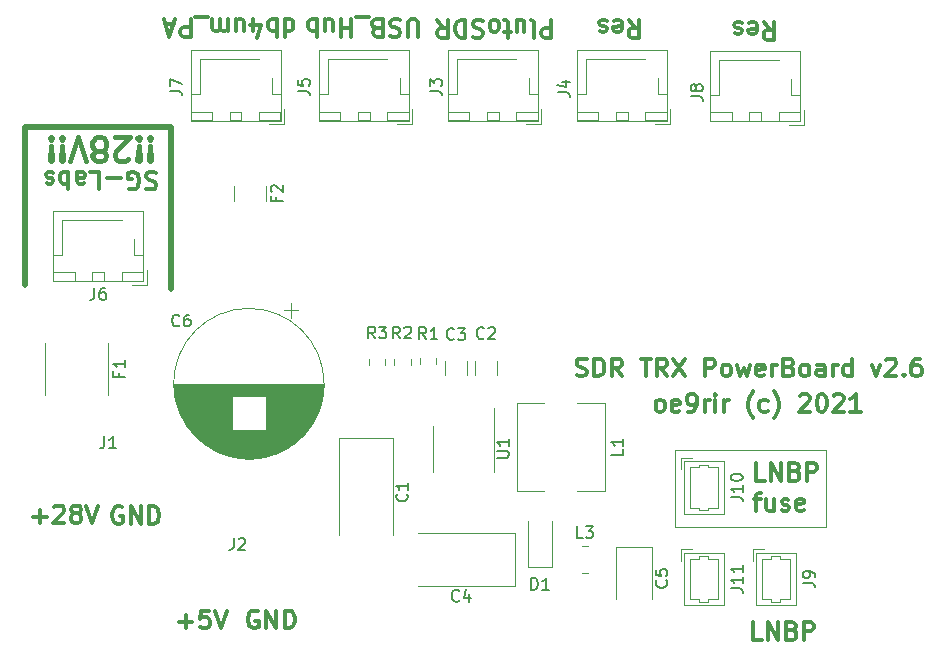
<source format=gto>
G04 #@! TF.GenerationSoftware,KiCad,Pcbnew,5.1.6+dfsg1-1~bpo9+1*
G04 #@! TF.CreationDate,2022-04-04T20:28:32+02:00*
G04 #@! TF.ProjectId,sdrtr-power,73647274-722d-4706-9f77-65722e6b6963,rev?*
G04 #@! TF.SameCoordinates,Original*
G04 #@! TF.FileFunction,Legend,Top*
G04 #@! TF.FilePolarity,Positive*
%FSLAX46Y46*%
G04 Gerber Fmt 4.6, Leading zero omitted, Abs format (unit mm)*
G04 Created by KiCad (PCBNEW 5.1.6+dfsg1-1~bpo9+1) date 2022-04-04 20:28:32*
%MOMM*%
%LPD*%
G01*
G04 APERTURE LIST*
%ADD10C,0.400000*%
%ADD11C,0.500000*%
%ADD12C,0.120000*%
%ADD13C,0.300000*%
%ADD14C,0.150000*%
%ADD15C,1.300000*%
%ADD16O,1.800000X2.100000*%
%ADD17O,1.400000X0.900000*%
%ADD18C,2.500000*%
%ADD19R,2.500000X2.500000*%
%ADD20C,2.850000*%
%ADD21R,2.300000X1.600000*%
%ADD22R,1.300000X1.000000*%
%ADD23C,6.500000*%
G04 APERTURE END LIST*
D10*
X87883476Y-41017914D02*
X87788238Y-40922676D01*
X87883476Y-40827438D01*
X87978714Y-40922676D01*
X87883476Y-41017914D01*
X87883476Y-40827438D01*
X87883476Y-41589342D02*
X87978714Y-42732200D01*
X87883476Y-42827438D01*
X87788238Y-42732200D01*
X87883476Y-41589342D01*
X87883476Y-42827438D01*
X86931095Y-41017914D02*
X86835857Y-40922676D01*
X86931095Y-40827438D01*
X87026333Y-40922676D01*
X86931095Y-41017914D01*
X86931095Y-40827438D01*
X86931095Y-41589342D02*
X87026333Y-42732200D01*
X86931095Y-42827438D01*
X86835857Y-42732200D01*
X86931095Y-41589342D01*
X86931095Y-42827438D01*
X86073952Y-42636961D02*
X85978714Y-42732200D01*
X85788238Y-42827438D01*
X85312047Y-42827438D01*
X85121571Y-42732200D01*
X85026333Y-42636961D01*
X84931095Y-42446485D01*
X84931095Y-42256009D01*
X85026333Y-41970295D01*
X86169190Y-40827438D01*
X84931095Y-40827438D01*
X83788238Y-41970295D02*
X83978714Y-42065533D01*
X84073952Y-42160771D01*
X84169190Y-42351247D01*
X84169190Y-42446485D01*
X84073952Y-42636961D01*
X83978714Y-42732200D01*
X83788238Y-42827438D01*
X83407285Y-42827438D01*
X83216809Y-42732200D01*
X83121571Y-42636961D01*
X83026333Y-42446485D01*
X83026333Y-42351247D01*
X83121571Y-42160771D01*
X83216809Y-42065533D01*
X83407285Y-41970295D01*
X83788238Y-41970295D01*
X83978714Y-41875057D01*
X84073952Y-41779819D01*
X84169190Y-41589342D01*
X84169190Y-41208390D01*
X84073952Y-41017914D01*
X83978714Y-40922676D01*
X83788238Y-40827438D01*
X83407285Y-40827438D01*
X83216809Y-40922676D01*
X83121571Y-41017914D01*
X83026333Y-41208390D01*
X83026333Y-41589342D01*
X83121571Y-41779819D01*
X83216809Y-41875057D01*
X83407285Y-41970295D01*
X82454904Y-42827438D02*
X81788238Y-40827438D01*
X81121571Y-42827438D01*
X80454904Y-41017914D02*
X80359666Y-40922676D01*
X80454904Y-40827438D01*
X80550142Y-40922676D01*
X80454904Y-41017914D01*
X80454904Y-40827438D01*
X80454904Y-41589342D02*
X80550142Y-42732200D01*
X80454904Y-42827438D01*
X80359666Y-42732200D01*
X80454904Y-41589342D01*
X80454904Y-42827438D01*
X79502523Y-41017914D02*
X79407285Y-40922676D01*
X79502523Y-40827438D01*
X79597761Y-40922676D01*
X79502523Y-41017914D01*
X79502523Y-40827438D01*
X79502523Y-41589342D02*
X79597761Y-42732200D01*
X79502523Y-42827438D01*
X79407285Y-42732200D01*
X79502523Y-41589342D01*
X79502523Y-42827438D01*
D11*
X89687400Y-39916100D02*
X89687400Y-53670200D01*
X77355700Y-39916100D02*
X89687400Y-39916100D01*
X77355700Y-53352700D02*
X77355700Y-39916100D01*
D12*
X132334000Y-67310000D02*
X132334000Y-73787000D01*
X145161000Y-67310000D02*
X132334000Y-67310000D01*
X145161000Y-73787000D02*
X145161000Y-67310000D01*
X132334000Y-73787000D02*
X145161000Y-73787000D01*
D13*
X139696428Y-83355571D02*
X138982142Y-83355571D01*
X138982142Y-81855571D01*
X140196428Y-83355571D02*
X140196428Y-81855571D01*
X141053571Y-83355571D01*
X141053571Y-81855571D01*
X142267857Y-82569857D02*
X142482142Y-82641285D01*
X142553571Y-82712714D01*
X142625000Y-82855571D01*
X142625000Y-83069857D01*
X142553571Y-83212714D01*
X142482142Y-83284142D01*
X142339285Y-83355571D01*
X141767857Y-83355571D01*
X141767857Y-81855571D01*
X142267857Y-81855571D01*
X142410714Y-81927000D01*
X142482142Y-81998428D01*
X142553571Y-82141285D01*
X142553571Y-82284142D01*
X142482142Y-82427000D01*
X142410714Y-82498428D01*
X142267857Y-82569857D01*
X141767857Y-82569857D01*
X143267857Y-83355571D02*
X143267857Y-81855571D01*
X143839285Y-81855571D01*
X143982142Y-81927000D01*
X144053571Y-81998428D01*
X144125000Y-82141285D01*
X144125000Y-82355571D01*
X144053571Y-82498428D01*
X143982142Y-82569857D01*
X143839285Y-82641285D01*
X143267857Y-82641285D01*
X85534642Y-72148000D02*
X85391785Y-72076571D01*
X85177500Y-72076571D01*
X84963214Y-72148000D01*
X84820357Y-72290857D01*
X84748928Y-72433714D01*
X84677500Y-72719428D01*
X84677500Y-72933714D01*
X84748928Y-73219428D01*
X84820357Y-73362285D01*
X84963214Y-73505142D01*
X85177500Y-73576571D01*
X85320357Y-73576571D01*
X85534642Y-73505142D01*
X85606071Y-73433714D01*
X85606071Y-72933714D01*
X85320357Y-72933714D01*
X86248928Y-73576571D02*
X86248928Y-72076571D01*
X87106071Y-73576571D01*
X87106071Y-72076571D01*
X87820357Y-73576571D02*
X87820357Y-72076571D01*
X88177500Y-72076571D01*
X88391785Y-72148000D01*
X88534642Y-72290857D01*
X88606071Y-72433714D01*
X88677500Y-72719428D01*
X88677500Y-72933714D01*
X88606071Y-73219428D01*
X88534642Y-73362285D01*
X88391785Y-73505142D01*
X88177500Y-73576571D01*
X87820357Y-73576571D01*
X97028142Y-80974500D02*
X96885285Y-80903071D01*
X96671000Y-80903071D01*
X96456714Y-80974500D01*
X96313857Y-81117357D01*
X96242428Y-81260214D01*
X96171000Y-81545928D01*
X96171000Y-81760214D01*
X96242428Y-82045928D01*
X96313857Y-82188785D01*
X96456714Y-82331642D01*
X96671000Y-82403071D01*
X96813857Y-82403071D01*
X97028142Y-82331642D01*
X97099571Y-82260214D01*
X97099571Y-81760214D01*
X96813857Y-81760214D01*
X97742428Y-82403071D02*
X97742428Y-80903071D01*
X98599571Y-82403071D01*
X98599571Y-80903071D01*
X99313857Y-82403071D02*
X99313857Y-80903071D01*
X99671000Y-80903071D01*
X99885285Y-80974500D01*
X100028142Y-81117357D01*
X100099571Y-81260214D01*
X100171000Y-81545928D01*
X100171000Y-81760214D01*
X100099571Y-82045928D01*
X100028142Y-82188785D01*
X99885285Y-82331642D01*
X99671000Y-82403071D01*
X99313857Y-82403071D01*
X139950428Y-69888571D02*
X139236142Y-69888571D01*
X139236142Y-68388571D01*
X140450428Y-69888571D02*
X140450428Y-68388571D01*
X141307571Y-69888571D01*
X141307571Y-68388571D01*
X142521857Y-69102857D02*
X142736142Y-69174285D01*
X142807571Y-69245714D01*
X142879000Y-69388571D01*
X142879000Y-69602857D01*
X142807571Y-69745714D01*
X142736142Y-69817142D01*
X142593285Y-69888571D01*
X142021857Y-69888571D01*
X142021857Y-68388571D01*
X142521857Y-68388571D01*
X142664714Y-68460000D01*
X142736142Y-68531428D01*
X142807571Y-68674285D01*
X142807571Y-68817142D01*
X142736142Y-68960000D01*
X142664714Y-69031428D01*
X142521857Y-69102857D01*
X142021857Y-69102857D01*
X143521857Y-69888571D02*
X143521857Y-68388571D01*
X144093285Y-68388571D01*
X144236142Y-68460000D01*
X144307571Y-68531428D01*
X144379000Y-68674285D01*
X144379000Y-68888571D01*
X144307571Y-69031428D01*
X144236142Y-69102857D01*
X144093285Y-69174285D01*
X143521857Y-69174285D01*
X139021857Y-71438571D02*
X139593285Y-71438571D01*
X139236142Y-72438571D02*
X139236142Y-71152857D01*
X139307571Y-71010000D01*
X139450428Y-70938571D01*
X139593285Y-70938571D01*
X140736142Y-71438571D02*
X140736142Y-72438571D01*
X140093285Y-71438571D02*
X140093285Y-72224285D01*
X140164714Y-72367142D01*
X140307571Y-72438571D01*
X140521857Y-72438571D01*
X140664714Y-72367142D01*
X140736142Y-72295714D01*
X141379000Y-72367142D02*
X141521857Y-72438571D01*
X141807571Y-72438571D01*
X141950428Y-72367142D01*
X142021857Y-72224285D01*
X142021857Y-72152857D01*
X141950428Y-72010000D01*
X141807571Y-71938571D01*
X141593285Y-71938571D01*
X141450428Y-71867142D01*
X141379000Y-71724285D01*
X141379000Y-71652857D01*
X141450428Y-71510000D01*
X141593285Y-71438571D01*
X141807571Y-71438571D01*
X141950428Y-71510000D01*
X143236142Y-72367142D02*
X143093285Y-72438571D01*
X142807571Y-72438571D01*
X142664714Y-72367142D01*
X142593285Y-72224285D01*
X142593285Y-71652857D01*
X142664714Y-71510000D01*
X142807571Y-71438571D01*
X143093285Y-71438571D01*
X143236142Y-71510000D01*
X143307571Y-71652857D01*
X143307571Y-71795714D01*
X142593285Y-71938571D01*
X124013357Y-60995642D02*
X124227642Y-61067071D01*
X124584785Y-61067071D01*
X124727642Y-60995642D01*
X124799071Y-60924214D01*
X124870500Y-60781357D01*
X124870500Y-60638500D01*
X124799071Y-60495642D01*
X124727642Y-60424214D01*
X124584785Y-60352785D01*
X124299071Y-60281357D01*
X124156214Y-60209928D01*
X124084785Y-60138500D01*
X124013357Y-59995642D01*
X124013357Y-59852785D01*
X124084785Y-59709928D01*
X124156214Y-59638500D01*
X124299071Y-59567071D01*
X124656214Y-59567071D01*
X124870500Y-59638500D01*
X125513357Y-61067071D02*
X125513357Y-59567071D01*
X125870500Y-59567071D01*
X126084785Y-59638500D01*
X126227642Y-59781357D01*
X126299071Y-59924214D01*
X126370500Y-60209928D01*
X126370500Y-60424214D01*
X126299071Y-60709928D01*
X126227642Y-60852785D01*
X126084785Y-60995642D01*
X125870500Y-61067071D01*
X125513357Y-61067071D01*
X127870500Y-61067071D02*
X127370500Y-60352785D01*
X127013357Y-61067071D02*
X127013357Y-59567071D01*
X127584785Y-59567071D01*
X127727642Y-59638500D01*
X127799071Y-59709928D01*
X127870500Y-59852785D01*
X127870500Y-60067071D01*
X127799071Y-60209928D01*
X127727642Y-60281357D01*
X127584785Y-60352785D01*
X127013357Y-60352785D01*
X129441928Y-59567071D02*
X130299071Y-59567071D01*
X129870500Y-61067071D02*
X129870500Y-59567071D01*
X131656214Y-61067071D02*
X131156214Y-60352785D01*
X130799071Y-61067071D02*
X130799071Y-59567071D01*
X131370500Y-59567071D01*
X131513357Y-59638500D01*
X131584785Y-59709928D01*
X131656214Y-59852785D01*
X131656214Y-60067071D01*
X131584785Y-60209928D01*
X131513357Y-60281357D01*
X131370500Y-60352785D01*
X130799071Y-60352785D01*
X132156214Y-59567071D02*
X133156214Y-61067071D01*
X133156214Y-59567071D02*
X132156214Y-61067071D01*
X134870500Y-61067071D02*
X134870500Y-59567071D01*
X135441928Y-59567071D01*
X135584785Y-59638500D01*
X135656214Y-59709928D01*
X135727642Y-59852785D01*
X135727642Y-60067071D01*
X135656214Y-60209928D01*
X135584785Y-60281357D01*
X135441928Y-60352785D01*
X134870500Y-60352785D01*
X136584785Y-61067071D02*
X136441928Y-60995642D01*
X136370500Y-60924214D01*
X136299071Y-60781357D01*
X136299071Y-60352785D01*
X136370500Y-60209928D01*
X136441928Y-60138500D01*
X136584785Y-60067071D01*
X136799071Y-60067071D01*
X136941928Y-60138500D01*
X137013357Y-60209928D01*
X137084785Y-60352785D01*
X137084785Y-60781357D01*
X137013357Y-60924214D01*
X136941928Y-60995642D01*
X136799071Y-61067071D01*
X136584785Y-61067071D01*
X137584785Y-60067071D02*
X137870500Y-61067071D01*
X138156214Y-60352785D01*
X138441928Y-61067071D01*
X138727642Y-60067071D01*
X139870500Y-60995642D02*
X139727642Y-61067071D01*
X139441928Y-61067071D01*
X139299071Y-60995642D01*
X139227642Y-60852785D01*
X139227642Y-60281357D01*
X139299071Y-60138500D01*
X139441928Y-60067071D01*
X139727642Y-60067071D01*
X139870500Y-60138500D01*
X139941928Y-60281357D01*
X139941928Y-60424214D01*
X139227642Y-60567071D01*
X140584785Y-61067071D02*
X140584785Y-60067071D01*
X140584785Y-60352785D02*
X140656214Y-60209928D01*
X140727642Y-60138500D01*
X140870500Y-60067071D01*
X141013357Y-60067071D01*
X142013357Y-60281357D02*
X142227642Y-60352785D01*
X142299071Y-60424214D01*
X142370500Y-60567071D01*
X142370500Y-60781357D01*
X142299071Y-60924214D01*
X142227642Y-60995642D01*
X142084785Y-61067071D01*
X141513357Y-61067071D01*
X141513357Y-59567071D01*
X142013357Y-59567071D01*
X142156214Y-59638500D01*
X142227642Y-59709928D01*
X142299071Y-59852785D01*
X142299071Y-59995642D01*
X142227642Y-60138500D01*
X142156214Y-60209928D01*
X142013357Y-60281357D01*
X141513357Y-60281357D01*
X143227642Y-61067071D02*
X143084785Y-60995642D01*
X143013357Y-60924214D01*
X142941928Y-60781357D01*
X142941928Y-60352785D01*
X143013357Y-60209928D01*
X143084785Y-60138500D01*
X143227642Y-60067071D01*
X143441928Y-60067071D01*
X143584785Y-60138500D01*
X143656214Y-60209928D01*
X143727642Y-60352785D01*
X143727642Y-60781357D01*
X143656214Y-60924214D01*
X143584785Y-60995642D01*
X143441928Y-61067071D01*
X143227642Y-61067071D01*
X145013357Y-61067071D02*
X145013357Y-60281357D01*
X144941928Y-60138500D01*
X144799071Y-60067071D01*
X144513357Y-60067071D01*
X144370500Y-60138500D01*
X145013357Y-60995642D02*
X144870500Y-61067071D01*
X144513357Y-61067071D01*
X144370500Y-60995642D01*
X144299071Y-60852785D01*
X144299071Y-60709928D01*
X144370500Y-60567071D01*
X144513357Y-60495642D01*
X144870500Y-60495642D01*
X145013357Y-60424214D01*
X145727642Y-61067071D02*
X145727642Y-60067071D01*
X145727642Y-60352785D02*
X145799071Y-60209928D01*
X145870500Y-60138500D01*
X146013357Y-60067071D01*
X146156214Y-60067071D01*
X147299071Y-61067071D02*
X147299071Y-59567071D01*
X147299071Y-60995642D02*
X147156214Y-61067071D01*
X146870500Y-61067071D01*
X146727642Y-60995642D01*
X146656214Y-60924214D01*
X146584785Y-60781357D01*
X146584785Y-60352785D01*
X146656214Y-60209928D01*
X146727642Y-60138500D01*
X146870500Y-60067071D01*
X147156214Y-60067071D01*
X147299071Y-60138500D01*
X149013357Y-60067071D02*
X149370500Y-61067071D01*
X149727642Y-60067071D01*
X150227642Y-59709928D02*
X150299071Y-59638500D01*
X150441928Y-59567071D01*
X150799071Y-59567071D01*
X150941928Y-59638500D01*
X151013357Y-59709928D01*
X151084785Y-59852785D01*
X151084785Y-59995642D01*
X151013357Y-60209928D01*
X150156214Y-61067071D01*
X151084785Y-61067071D01*
X151727642Y-60924214D02*
X151799071Y-60995642D01*
X151727642Y-61067071D01*
X151656214Y-60995642D01*
X151727642Y-60924214D01*
X151727642Y-61067071D01*
X153084785Y-59567071D02*
X152799071Y-59567071D01*
X152656214Y-59638500D01*
X152584785Y-59709928D01*
X152441928Y-59924214D01*
X152370500Y-60209928D01*
X152370500Y-60781357D01*
X152441928Y-60924214D01*
X152513357Y-60995642D01*
X152656214Y-61067071D01*
X152941928Y-61067071D01*
X153084785Y-60995642D01*
X153156214Y-60924214D01*
X153227642Y-60781357D01*
X153227642Y-60424214D01*
X153156214Y-60281357D01*
X153084785Y-60209928D01*
X152941928Y-60138500D01*
X152656214Y-60138500D01*
X152513357Y-60209928D01*
X152441928Y-60281357D01*
X152370500Y-60424214D01*
X88422371Y-43817457D02*
X88208085Y-43746028D01*
X87850942Y-43746028D01*
X87708085Y-43817457D01*
X87636657Y-43888885D01*
X87565228Y-44031742D01*
X87565228Y-44174600D01*
X87636657Y-44317457D01*
X87708085Y-44388885D01*
X87850942Y-44460314D01*
X88136657Y-44531742D01*
X88279514Y-44603171D01*
X88350942Y-44674600D01*
X88422371Y-44817457D01*
X88422371Y-44960314D01*
X88350942Y-45103171D01*
X88279514Y-45174600D01*
X88136657Y-45246028D01*
X87779514Y-45246028D01*
X87565228Y-45174600D01*
X86136657Y-45174600D02*
X86279514Y-45246028D01*
X86493800Y-45246028D01*
X86708085Y-45174600D01*
X86850942Y-45031742D01*
X86922371Y-44888885D01*
X86993800Y-44603171D01*
X86993800Y-44388885D01*
X86922371Y-44103171D01*
X86850942Y-43960314D01*
X86708085Y-43817457D01*
X86493800Y-43746028D01*
X86350942Y-43746028D01*
X86136657Y-43817457D01*
X86065228Y-43888885D01*
X86065228Y-44388885D01*
X86350942Y-44388885D01*
X85422371Y-44317457D02*
X84279514Y-44317457D01*
X82850942Y-43746028D02*
X83565228Y-43746028D01*
X83565228Y-45246028D01*
X81708085Y-43746028D02*
X81708085Y-44531742D01*
X81779514Y-44674600D01*
X81922371Y-44746028D01*
X82208085Y-44746028D01*
X82350942Y-44674600D01*
X81708085Y-43817457D02*
X81850942Y-43746028D01*
X82208085Y-43746028D01*
X82350942Y-43817457D01*
X82422371Y-43960314D01*
X82422371Y-44103171D01*
X82350942Y-44246028D01*
X82208085Y-44317457D01*
X81850942Y-44317457D01*
X81708085Y-44388885D01*
X80993800Y-43746028D02*
X80993800Y-45246028D01*
X80993800Y-44674600D02*
X80850942Y-44746028D01*
X80565228Y-44746028D01*
X80422371Y-44674600D01*
X80350942Y-44603171D01*
X80279514Y-44460314D01*
X80279514Y-44031742D01*
X80350942Y-43888885D01*
X80422371Y-43817457D01*
X80565228Y-43746028D01*
X80850942Y-43746028D01*
X80993800Y-43817457D01*
X79708085Y-43817457D02*
X79565228Y-43746028D01*
X79279514Y-43746028D01*
X79136657Y-43817457D01*
X79065228Y-43960314D01*
X79065228Y-44031742D01*
X79136657Y-44174600D01*
X79279514Y-44246028D01*
X79493800Y-44246028D01*
X79636657Y-44317457D01*
X79708085Y-44460314D01*
X79708085Y-44531742D01*
X79636657Y-44674600D01*
X79493800Y-44746028D01*
X79279514Y-44746028D01*
X79136657Y-44674600D01*
X139850714Y-31071428D02*
X140350714Y-31785714D01*
X140707857Y-31071428D02*
X140707857Y-32571428D01*
X140136428Y-32571428D01*
X139993571Y-32500000D01*
X139922142Y-32428571D01*
X139850714Y-32285714D01*
X139850714Y-32071428D01*
X139922142Y-31928571D01*
X139993571Y-31857142D01*
X140136428Y-31785714D01*
X140707857Y-31785714D01*
X138636428Y-31142857D02*
X138779285Y-31071428D01*
X139065000Y-31071428D01*
X139207857Y-31142857D01*
X139279285Y-31285714D01*
X139279285Y-31857142D01*
X139207857Y-32000000D01*
X139065000Y-32071428D01*
X138779285Y-32071428D01*
X138636428Y-32000000D01*
X138565000Y-31857142D01*
X138565000Y-31714285D01*
X139279285Y-31571428D01*
X137993571Y-31142857D02*
X137850714Y-31071428D01*
X137565000Y-31071428D01*
X137422142Y-31142857D01*
X137350714Y-31285714D01*
X137350714Y-31357142D01*
X137422142Y-31500000D01*
X137565000Y-31571428D01*
X137779285Y-31571428D01*
X137922142Y-31642857D01*
X137993571Y-31785714D01*
X137993571Y-31857142D01*
X137922142Y-32000000D01*
X137779285Y-32071428D01*
X137565000Y-32071428D01*
X137422142Y-32000000D01*
X99329285Y-30817428D02*
X99329285Y-32317428D01*
X99329285Y-30888857D02*
X99472142Y-30817428D01*
X99757857Y-30817428D01*
X99900714Y-30888857D01*
X99972142Y-30960285D01*
X100043571Y-31103142D01*
X100043571Y-31531714D01*
X99972142Y-31674571D01*
X99900714Y-31746000D01*
X99757857Y-31817428D01*
X99472142Y-31817428D01*
X99329285Y-31746000D01*
X98615000Y-30817428D02*
X98615000Y-32317428D01*
X98615000Y-31746000D02*
X98472142Y-31817428D01*
X98186428Y-31817428D01*
X98043571Y-31746000D01*
X97972142Y-31674571D01*
X97900714Y-31531714D01*
X97900714Y-31103142D01*
X97972142Y-30960285D01*
X98043571Y-30888857D01*
X98186428Y-30817428D01*
X98472142Y-30817428D01*
X98615000Y-30888857D01*
X96615000Y-31817428D02*
X96615000Y-30817428D01*
X96972142Y-32388857D02*
X97329285Y-31317428D01*
X96400714Y-31317428D01*
X95186428Y-31817428D02*
X95186428Y-30817428D01*
X95829285Y-31817428D02*
X95829285Y-31031714D01*
X95757857Y-30888857D01*
X95615000Y-30817428D01*
X95400714Y-30817428D01*
X95257857Y-30888857D01*
X95186428Y-30960285D01*
X94472142Y-30817428D02*
X94472142Y-31817428D01*
X94472142Y-31674571D02*
X94400714Y-31746000D01*
X94257857Y-31817428D01*
X94043571Y-31817428D01*
X93900714Y-31746000D01*
X93829285Y-31603142D01*
X93829285Y-30817428D01*
X93829285Y-31603142D02*
X93757857Y-31746000D01*
X93615000Y-31817428D01*
X93400714Y-31817428D01*
X93257857Y-31746000D01*
X93186428Y-31603142D01*
X93186428Y-30817428D01*
X92829285Y-30674571D02*
X91686428Y-30674571D01*
X91329285Y-30817428D02*
X91329285Y-32317428D01*
X90757857Y-32317428D01*
X90615000Y-32246000D01*
X90543571Y-32174571D01*
X90472142Y-32031714D01*
X90472142Y-31817428D01*
X90543571Y-31674571D01*
X90615000Y-31603142D01*
X90757857Y-31531714D01*
X91329285Y-31531714D01*
X89900714Y-31246000D02*
X89186428Y-31246000D01*
X90043571Y-30817428D02*
X89543571Y-32317428D01*
X89043571Y-30817428D01*
X110588642Y-32317428D02*
X110588642Y-31103142D01*
X110517214Y-30960285D01*
X110445785Y-30888857D01*
X110302928Y-30817428D01*
X110017214Y-30817428D01*
X109874357Y-30888857D01*
X109802928Y-30960285D01*
X109731500Y-31103142D01*
X109731500Y-32317428D01*
X109088642Y-30888857D02*
X108874357Y-30817428D01*
X108517214Y-30817428D01*
X108374357Y-30888857D01*
X108302928Y-30960285D01*
X108231500Y-31103142D01*
X108231500Y-31246000D01*
X108302928Y-31388857D01*
X108374357Y-31460285D01*
X108517214Y-31531714D01*
X108802928Y-31603142D01*
X108945785Y-31674571D01*
X109017214Y-31746000D01*
X109088642Y-31888857D01*
X109088642Y-32031714D01*
X109017214Y-32174571D01*
X108945785Y-32246000D01*
X108802928Y-32317428D01*
X108445785Y-32317428D01*
X108231500Y-32246000D01*
X107088642Y-31603142D02*
X106874357Y-31531714D01*
X106802928Y-31460285D01*
X106731500Y-31317428D01*
X106731500Y-31103142D01*
X106802928Y-30960285D01*
X106874357Y-30888857D01*
X107017214Y-30817428D01*
X107588642Y-30817428D01*
X107588642Y-32317428D01*
X107088642Y-32317428D01*
X106945785Y-32246000D01*
X106874357Y-32174571D01*
X106802928Y-32031714D01*
X106802928Y-31888857D01*
X106874357Y-31746000D01*
X106945785Y-31674571D01*
X107088642Y-31603142D01*
X107588642Y-31603142D01*
X106445785Y-30674571D02*
X105302928Y-30674571D01*
X104945785Y-30817428D02*
X104945785Y-32317428D01*
X104945785Y-31603142D02*
X104088642Y-31603142D01*
X104088642Y-30817428D02*
X104088642Y-32317428D01*
X102731500Y-31817428D02*
X102731500Y-30817428D01*
X103374357Y-31817428D02*
X103374357Y-31031714D01*
X103302928Y-30888857D01*
X103160071Y-30817428D01*
X102945785Y-30817428D01*
X102802928Y-30888857D01*
X102731500Y-30960285D01*
X102017214Y-30817428D02*
X102017214Y-32317428D01*
X102017214Y-31746000D02*
X101874357Y-31817428D01*
X101588642Y-31817428D01*
X101445785Y-31746000D01*
X101374357Y-31674571D01*
X101302928Y-31531714D01*
X101302928Y-31103142D01*
X101374357Y-30960285D01*
X101445785Y-30888857D01*
X101588642Y-30817428D01*
X101874357Y-30817428D01*
X102017214Y-30888857D01*
X128420714Y-30880928D02*
X128920714Y-31595214D01*
X129277857Y-30880928D02*
X129277857Y-32380928D01*
X128706428Y-32380928D01*
X128563571Y-32309500D01*
X128492142Y-32238071D01*
X128420714Y-32095214D01*
X128420714Y-31880928D01*
X128492142Y-31738071D01*
X128563571Y-31666642D01*
X128706428Y-31595214D01*
X129277857Y-31595214D01*
X127206428Y-30952357D02*
X127349285Y-30880928D01*
X127635000Y-30880928D01*
X127777857Y-30952357D01*
X127849285Y-31095214D01*
X127849285Y-31666642D01*
X127777857Y-31809500D01*
X127635000Y-31880928D01*
X127349285Y-31880928D01*
X127206428Y-31809500D01*
X127135000Y-31666642D01*
X127135000Y-31523785D01*
X127849285Y-31380928D01*
X126563571Y-30952357D02*
X126420714Y-30880928D01*
X126135000Y-30880928D01*
X125992142Y-30952357D01*
X125920714Y-31095214D01*
X125920714Y-31166642D01*
X125992142Y-31309500D01*
X126135000Y-31380928D01*
X126349285Y-31380928D01*
X126492142Y-31452357D01*
X126563571Y-31595214D01*
X126563571Y-31666642D01*
X126492142Y-31809500D01*
X126349285Y-31880928D01*
X126135000Y-31880928D01*
X125992142Y-31809500D01*
X78002142Y-72941642D02*
X79145000Y-72941642D01*
X78573571Y-73513071D02*
X78573571Y-72370214D01*
X79787857Y-72155928D02*
X79859285Y-72084500D01*
X80002142Y-72013071D01*
X80359285Y-72013071D01*
X80502142Y-72084500D01*
X80573571Y-72155928D01*
X80645000Y-72298785D01*
X80645000Y-72441642D01*
X80573571Y-72655928D01*
X79716428Y-73513071D01*
X80645000Y-73513071D01*
X81502142Y-72655928D02*
X81359285Y-72584500D01*
X81287857Y-72513071D01*
X81216428Y-72370214D01*
X81216428Y-72298785D01*
X81287857Y-72155928D01*
X81359285Y-72084500D01*
X81502142Y-72013071D01*
X81787857Y-72013071D01*
X81930714Y-72084500D01*
X82002142Y-72155928D01*
X82073571Y-72298785D01*
X82073571Y-72370214D01*
X82002142Y-72513071D01*
X81930714Y-72584500D01*
X81787857Y-72655928D01*
X81502142Y-72655928D01*
X81359285Y-72727357D01*
X81287857Y-72798785D01*
X81216428Y-72941642D01*
X81216428Y-73227357D01*
X81287857Y-73370214D01*
X81359285Y-73441642D01*
X81502142Y-73513071D01*
X81787857Y-73513071D01*
X81930714Y-73441642D01*
X82002142Y-73370214D01*
X82073571Y-73227357D01*
X82073571Y-72941642D01*
X82002142Y-72798785D01*
X81930714Y-72727357D01*
X81787857Y-72655928D01*
X82502142Y-72013071D02*
X83002142Y-73513071D01*
X83502142Y-72013071D01*
X90336928Y-81831642D02*
X91479785Y-81831642D01*
X90908357Y-82403071D02*
X90908357Y-81260214D01*
X92908357Y-80903071D02*
X92194071Y-80903071D01*
X92122642Y-81617357D01*
X92194071Y-81545928D01*
X92336928Y-81474500D01*
X92694071Y-81474500D01*
X92836928Y-81545928D01*
X92908357Y-81617357D01*
X92979785Y-81760214D01*
X92979785Y-82117357D01*
X92908357Y-82260214D01*
X92836928Y-82331642D01*
X92694071Y-82403071D01*
X92336928Y-82403071D01*
X92194071Y-82331642D01*
X92122642Y-82260214D01*
X93408357Y-80903071D02*
X93908357Y-82403071D01*
X94408357Y-80903071D01*
X121879714Y-30880928D02*
X121879714Y-32380928D01*
X121308285Y-32380928D01*
X121165428Y-32309500D01*
X121094000Y-32238071D01*
X121022571Y-32095214D01*
X121022571Y-31880928D01*
X121094000Y-31738071D01*
X121165428Y-31666642D01*
X121308285Y-31595214D01*
X121879714Y-31595214D01*
X120165428Y-30880928D02*
X120308285Y-30952357D01*
X120379714Y-31095214D01*
X120379714Y-32380928D01*
X118951142Y-31880928D02*
X118951142Y-30880928D01*
X119594000Y-31880928D02*
X119594000Y-31095214D01*
X119522571Y-30952357D01*
X119379714Y-30880928D01*
X119165428Y-30880928D01*
X119022571Y-30952357D01*
X118951142Y-31023785D01*
X118451142Y-31880928D02*
X117879714Y-31880928D01*
X118236857Y-32380928D02*
X118236857Y-31095214D01*
X118165428Y-30952357D01*
X118022571Y-30880928D01*
X117879714Y-30880928D01*
X117165428Y-30880928D02*
X117308285Y-30952357D01*
X117379714Y-31023785D01*
X117451142Y-31166642D01*
X117451142Y-31595214D01*
X117379714Y-31738071D01*
X117308285Y-31809500D01*
X117165428Y-31880928D01*
X116951142Y-31880928D01*
X116808285Y-31809500D01*
X116736857Y-31738071D01*
X116665428Y-31595214D01*
X116665428Y-31166642D01*
X116736857Y-31023785D01*
X116808285Y-30952357D01*
X116951142Y-30880928D01*
X117165428Y-30880928D01*
X116094000Y-30952357D02*
X115879714Y-30880928D01*
X115522571Y-30880928D01*
X115379714Y-30952357D01*
X115308285Y-31023785D01*
X115236857Y-31166642D01*
X115236857Y-31309500D01*
X115308285Y-31452357D01*
X115379714Y-31523785D01*
X115522571Y-31595214D01*
X115808285Y-31666642D01*
X115951142Y-31738071D01*
X116022571Y-31809500D01*
X116094000Y-31952357D01*
X116094000Y-32095214D01*
X116022571Y-32238071D01*
X115951142Y-32309500D01*
X115808285Y-32380928D01*
X115451142Y-32380928D01*
X115236857Y-32309500D01*
X114594000Y-30880928D02*
X114594000Y-32380928D01*
X114236857Y-32380928D01*
X114022571Y-32309500D01*
X113879714Y-32166642D01*
X113808285Y-32023785D01*
X113736857Y-31738071D01*
X113736857Y-31523785D01*
X113808285Y-31238071D01*
X113879714Y-31095214D01*
X114022571Y-30952357D01*
X114236857Y-30880928D01*
X114594000Y-30880928D01*
X112236857Y-30880928D02*
X112736857Y-31595214D01*
X113094000Y-30880928D02*
X113094000Y-32380928D01*
X112522571Y-32380928D01*
X112379714Y-32309500D01*
X112308285Y-32238071D01*
X112236857Y-32095214D01*
X112236857Y-31880928D01*
X112308285Y-31738071D01*
X112379714Y-31666642D01*
X112522571Y-31595214D01*
X113094000Y-31595214D01*
X130989642Y-64051571D02*
X130846785Y-63980142D01*
X130775357Y-63908714D01*
X130703928Y-63765857D01*
X130703928Y-63337285D01*
X130775357Y-63194428D01*
X130846785Y-63123000D01*
X130989642Y-63051571D01*
X131203928Y-63051571D01*
X131346785Y-63123000D01*
X131418214Y-63194428D01*
X131489642Y-63337285D01*
X131489642Y-63765857D01*
X131418214Y-63908714D01*
X131346785Y-63980142D01*
X131203928Y-64051571D01*
X130989642Y-64051571D01*
X132703928Y-63980142D02*
X132561071Y-64051571D01*
X132275357Y-64051571D01*
X132132500Y-63980142D01*
X132061071Y-63837285D01*
X132061071Y-63265857D01*
X132132500Y-63123000D01*
X132275357Y-63051571D01*
X132561071Y-63051571D01*
X132703928Y-63123000D01*
X132775357Y-63265857D01*
X132775357Y-63408714D01*
X132061071Y-63551571D01*
X133489642Y-64051571D02*
X133775357Y-64051571D01*
X133918214Y-63980142D01*
X133989642Y-63908714D01*
X134132500Y-63694428D01*
X134203928Y-63408714D01*
X134203928Y-62837285D01*
X134132500Y-62694428D01*
X134061071Y-62623000D01*
X133918214Y-62551571D01*
X133632500Y-62551571D01*
X133489642Y-62623000D01*
X133418214Y-62694428D01*
X133346785Y-62837285D01*
X133346785Y-63194428D01*
X133418214Y-63337285D01*
X133489642Y-63408714D01*
X133632500Y-63480142D01*
X133918214Y-63480142D01*
X134061071Y-63408714D01*
X134132500Y-63337285D01*
X134203928Y-63194428D01*
X134846785Y-64051571D02*
X134846785Y-63051571D01*
X134846785Y-63337285D02*
X134918214Y-63194428D01*
X134989642Y-63123000D01*
X135132500Y-63051571D01*
X135275357Y-63051571D01*
X135775357Y-64051571D02*
X135775357Y-63051571D01*
X135775357Y-62551571D02*
X135703928Y-62623000D01*
X135775357Y-62694428D01*
X135846785Y-62623000D01*
X135775357Y-62551571D01*
X135775357Y-62694428D01*
X136489642Y-64051571D02*
X136489642Y-63051571D01*
X136489642Y-63337285D02*
X136561071Y-63194428D01*
X136632500Y-63123000D01*
X136775357Y-63051571D01*
X136918214Y-63051571D01*
X138989642Y-64623000D02*
X138918214Y-64551571D01*
X138775357Y-64337285D01*
X138703928Y-64194428D01*
X138632500Y-63980142D01*
X138561071Y-63623000D01*
X138561071Y-63337285D01*
X138632500Y-62980142D01*
X138703928Y-62765857D01*
X138775357Y-62623000D01*
X138918214Y-62408714D01*
X138989642Y-62337285D01*
X140203928Y-63980142D02*
X140061071Y-64051571D01*
X139775357Y-64051571D01*
X139632500Y-63980142D01*
X139561071Y-63908714D01*
X139489642Y-63765857D01*
X139489642Y-63337285D01*
X139561071Y-63194428D01*
X139632500Y-63123000D01*
X139775357Y-63051571D01*
X140061071Y-63051571D01*
X140203928Y-63123000D01*
X140703928Y-64623000D02*
X140775357Y-64551571D01*
X140918214Y-64337285D01*
X140989642Y-64194428D01*
X141061071Y-63980142D01*
X141132500Y-63623000D01*
X141132500Y-63337285D01*
X141061071Y-62980142D01*
X140989642Y-62765857D01*
X140918214Y-62623000D01*
X140775357Y-62408714D01*
X140703928Y-62337285D01*
X142918214Y-62694428D02*
X142989642Y-62623000D01*
X143132500Y-62551571D01*
X143489642Y-62551571D01*
X143632500Y-62623000D01*
X143703928Y-62694428D01*
X143775357Y-62837285D01*
X143775357Y-62980142D01*
X143703928Y-63194428D01*
X142846785Y-64051571D01*
X143775357Y-64051571D01*
X144703928Y-62551571D02*
X144846785Y-62551571D01*
X144989642Y-62623000D01*
X145061071Y-62694428D01*
X145132500Y-62837285D01*
X145203928Y-63123000D01*
X145203928Y-63480142D01*
X145132500Y-63765857D01*
X145061071Y-63908714D01*
X144989642Y-63980142D01*
X144846785Y-64051571D01*
X144703928Y-64051571D01*
X144561071Y-63980142D01*
X144489642Y-63908714D01*
X144418214Y-63765857D01*
X144346785Y-63480142D01*
X144346785Y-63123000D01*
X144418214Y-62837285D01*
X144489642Y-62694428D01*
X144561071Y-62623000D01*
X144703928Y-62551571D01*
X145775357Y-62694428D02*
X145846785Y-62623000D01*
X145989642Y-62551571D01*
X146346785Y-62551571D01*
X146489642Y-62623000D01*
X146561071Y-62694428D01*
X146632500Y-62837285D01*
X146632500Y-62980142D01*
X146561071Y-63194428D01*
X145703928Y-64051571D01*
X146632500Y-64051571D01*
X148061071Y-64051571D02*
X147203928Y-64051571D01*
X147632500Y-64051571D02*
X147632500Y-62551571D01*
X147489642Y-62765857D01*
X147346785Y-62908714D01*
X147203928Y-62980142D01*
D12*
X87622500Y-53321400D02*
X87622500Y-52071400D01*
X86372500Y-53321400D02*
X87622500Y-53321400D01*
X80472500Y-47821400D02*
X83522500Y-47821400D01*
X80472500Y-50771400D02*
X80472500Y-47821400D01*
X79722500Y-50771400D02*
X80472500Y-50771400D01*
X83522500Y-47821400D02*
X85512500Y-47821400D01*
X86572500Y-50771400D02*
X86572500Y-49431400D01*
X87322500Y-50771400D02*
X86572500Y-50771400D01*
X79722500Y-53021400D02*
X81522500Y-53021400D01*
X79722500Y-52271400D02*
X79722500Y-53021400D01*
X81522500Y-52271400D02*
X79722500Y-52271400D01*
X81522500Y-53021400D02*
X81522500Y-52271400D01*
X85522500Y-53021400D02*
X87322500Y-53021400D01*
X85522500Y-52271400D02*
X85522500Y-53021400D01*
X87322500Y-52271400D02*
X85522500Y-52271400D01*
X87322500Y-53021400D02*
X87322500Y-52271400D01*
X83022500Y-53021400D02*
X84022500Y-53021400D01*
X83022500Y-52271400D02*
X83022500Y-53021400D01*
X84022500Y-52271400D02*
X83022500Y-52271400D01*
X84022500Y-53021400D02*
X84022500Y-52271400D01*
X79712500Y-53031400D02*
X87332500Y-53031400D01*
X79712500Y-47061400D02*
X79712500Y-53031400D01*
X87332500Y-47061400D02*
X79712500Y-47061400D01*
X87332500Y-53031400D02*
X87332500Y-47061400D01*
X136526000Y-68240000D02*
X133106000Y-68240000D01*
X133106000Y-68240000D02*
X133106000Y-72710000D01*
X133106000Y-72710000D02*
X136526000Y-72710000D01*
X136526000Y-72710000D02*
X136526000Y-68240000D01*
X133616000Y-70475000D02*
X133616000Y-68750000D01*
X133616000Y-68750000D02*
X134366000Y-68750000D01*
X134366000Y-68750000D02*
X134366000Y-68550000D01*
X134366000Y-68550000D02*
X135166000Y-68550000D01*
X135166000Y-68550000D02*
X135166000Y-68750000D01*
X135166000Y-68750000D02*
X136016000Y-68750000D01*
X136016000Y-68750000D02*
X136016000Y-70475000D01*
X133616000Y-70475000D02*
X133616000Y-72200000D01*
X133616000Y-72200000D02*
X134366000Y-72200000D01*
X134366000Y-72200000D02*
X134366000Y-72400000D01*
X134366000Y-72400000D02*
X135166000Y-72400000D01*
X135166000Y-72400000D02*
X135166000Y-72200000D01*
X135166000Y-72200000D02*
X136016000Y-72200000D01*
X136016000Y-72200000D02*
X136016000Y-70475000D01*
X132816000Y-67950000D02*
X133816000Y-67950000D01*
X132816000Y-67950000D02*
X132816000Y-68950000D01*
X102636000Y-61682000D02*
G75*
G03*
X102636000Y-61682000I-6370000J0D01*
G01*
X102596000Y-61682000D02*
X89936000Y-61682000D01*
X102596000Y-61722000D02*
X89936000Y-61722000D01*
X102596000Y-61762000D02*
X89936000Y-61762000D01*
X102595000Y-61802000D02*
X89937000Y-61802000D01*
X102594000Y-61842000D02*
X89938000Y-61842000D01*
X102593000Y-61882000D02*
X89939000Y-61882000D01*
X102592000Y-61922000D02*
X89940000Y-61922000D01*
X102590000Y-61962000D02*
X89942000Y-61962000D01*
X102588000Y-62002000D02*
X89944000Y-62002000D01*
X102586000Y-62042000D02*
X89946000Y-62042000D01*
X102584000Y-62082000D02*
X89948000Y-62082000D01*
X102581000Y-62122000D02*
X89951000Y-62122000D01*
X102578000Y-62162000D02*
X89954000Y-62162000D01*
X102575000Y-62202000D02*
X89957000Y-62202000D01*
X102572000Y-62242000D02*
X89960000Y-62242000D01*
X102568000Y-62282000D02*
X89964000Y-62282000D01*
X102564000Y-62322000D02*
X89968000Y-62322000D01*
X102560000Y-62362000D02*
X89972000Y-62362000D01*
X102556000Y-62403000D02*
X89976000Y-62403000D01*
X102551000Y-62443000D02*
X89981000Y-62443000D01*
X102546000Y-62483000D02*
X89986000Y-62483000D01*
X102541000Y-62523000D02*
X89991000Y-62523000D01*
X102535000Y-62563000D02*
X89997000Y-62563000D01*
X102530000Y-62603000D02*
X90002000Y-62603000D01*
X102524000Y-62643000D02*
X90008000Y-62643000D01*
X102518000Y-62683000D02*
X90014000Y-62683000D01*
X102511000Y-62723000D02*
X90021000Y-62723000D01*
X102504000Y-62763000D02*
X97706000Y-62763000D01*
X94826000Y-62763000D02*
X90028000Y-62763000D01*
X102497000Y-62803000D02*
X97706000Y-62803000D01*
X94826000Y-62803000D02*
X90035000Y-62803000D01*
X102490000Y-62843000D02*
X97706000Y-62843000D01*
X94826000Y-62843000D02*
X90042000Y-62843000D01*
X102482000Y-62883000D02*
X97706000Y-62883000D01*
X94826000Y-62883000D02*
X90050000Y-62883000D01*
X102475000Y-62923000D02*
X97706000Y-62923000D01*
X94826000Y-62923000D02*
X90057000Y-62923000D01*
X102467000Y-62963000D02*
X97706000Y-62963000D01*
X94826000Y-62963000D02*
X90065000Y-62963000D01*
X102458000Y-63003000D02*
X97706000Y-63003000D01*
X94826000Y-63003000D02*
X90074000Y-63003000D01*
X102450000Y-63043000D02*
X97706000Y-63043000D01*
X94826000Y-63043000D02*
X90082000Y-63043000D01*
X102441000Y-63083000D02*
X97706000Y-63083000D01*
X94826000Y-63083000D02*
X90091000Y-63083000D01*
X102432000Y-63123000D02*
X97706000Y-63123000D01*
X94826000Y-63123000D02*
X90100000Y-63123000D01*
X102422000Y-63163000D02*
X97706000Y-63163000D01*
X94826000Y-63163000D02*
X90110000Y-63163000D01*
X102412000Y-63203000D02*
X97706000Y-63203000D01*
X94826000Y-63203000D02*
X90120000Y-63203000D01*
X102403000Y-63243000D02*
X97706000Y-63243000D01*
X94826000Y-63243000D02*
X90129000Y-63243000D01*
X102392000Y-63283000D02*
X97706000Y-63283000D01*
X94826000Y-63283000D02*
X90140000Y-63283000D01*
X102382000Y-63323000D02*
X97706000Y-63323000D01*
X94826000Y-63323000D02*
X90150000Y-63323000D01*
X102371000Y-63363000D02*
X97706000Y-63363000D01*
X94826000Y-63363000D02*
X90161000Y-63363000D01*
X102360000Y-63403000D02*
X97706000Y-63403000D01*
X94826000Y-63403000D02*
X90172000Y-63403000D01*
X102349000Y-63443000D02*
X97706000Y-63443000D01*
X94826000Y-63443000D02*
X90183000Y-63443000D01*
X102337000Y-63483000D02*
X97706000Y-63483000D01*
X94826000Y-63483000D02*
X90195000Y-63483000D01*
X102325000Y-63523000D02*
X97706000Y-63523000D01*
X94826000Y-63523000D02*
X90207000Y-63523000D01*
X102313000Y-63563000D02*
X97706000Y-63563000D01*
X94826000Y-63563000D02*
X90219000Y-63563000D01*
X102300000Y-63603000D02*
X97706000Y-63603000D01*
X94826000Y-63603000D02*
X90232000Y-63603000D01*
X102287000Y-63643000D02*
X97706000Y-63643000D01*
X94826000Y-63643000D02*
X90245000Y-63643000D01*
X102274000Y-63683000D02*
X97706000Y-63683000D01*
X94826000Y-63683000D02*
X90258000Y-63683000D01*
X102261000Y-63723000D02*
X97706000Y-63723000D01*
X94826000Y-63723000D02*
X90271000Y-63723000D01*
X102247000Y-63763000D02*
X97706000Y-63763000D01*
X94826000Y-63763000D02*
X90285000Y-63763000D01*
X102233000Y-63803000D02*
X97706000Y-63803000D01*
X94826000Y-63803000D02*
X90299000Y-63803000D01*
X102219000Y-63843000D02*
X97706000Y-63843000D01*
X94826000Y-63843000D02*
X90313000Y-63843000D01*
X102205000Y-63883000D02*
X97706000Y-63883000D01*
X94826000Y-63883000D02*
X90327000Y-63883000D01*
X102190000Y-63923000D02*
X97706000Y-63923000D01*
X94826000Y-63923000D02*
X90342000Y-63923000D01*
X102174000Y-63963000D02*
X97706000Y-63963000D01*
X94826000Y-63963000D02*
X90358000Y-63963000D01*
X102159000Y-64003000D02*
X97706000Y-64003000D01*
X94826000Y-64003000D02*
X90373000Y-64003000D01*
X102143000Y-64043000D02*
X97706000Y-64043000D01*
X94826000Y-64043000D02*
X90389000Y-64043000D01*
X102127000Y-64083000D02*
X97706000Y-64083000D01*
X94826000Y-64083000D02*
X90405000Y-64083000D01*
X102111000Y-64123000D02*
X97706000Y-64123000D01*
X94826000Y-64123000D02*
X90421000Y-64123000D01*
X102094000Y-64163000D02*
X97706000Y-64163000D01*
X94826000Y-64163000D02*
X90438000Y-64163000D01*
X102077000Y-64203000D02*
X97706000Y-64203000D01*
X94826000Y-64203000D02*
X90455000Y-64203000D01*
X102059000Y-64243000D02*
X97706000Y-64243000D01*
X94826000Y-64243000D02*
X90473000Y-64243000D01*
X102042000Y-64283000D02*
X97706000Y-64283000D01*
X94826000Y-64283000D02*
X90490000Y-64283000D01*
X102024000Y-64323000D02*
X97706000Y-64323000D01*
X94826000Y-64323000D02*
X90508000Y-64323000D01*
X102005000Y-64363000D02*
X97706000Y-64363000D01*
X94826000Y-64363000D02*
X90527000Y-64363000D01*
X101987000Y-64403000D02*
X97706000Y-64403000D01*
X94826000Y-64403000D02*
X90545000Y-64403000D01*
X101968000Y-64443000D02*
X97706000Y-64443000D01*
X94826000Y-64443000D02*
X90564000Y-64443000D01*
X101948000Y-64483000D02*
X97706000Y-64483000D01*
X94826000Y-64483000D02*
X90584000Y-64483000D01*
X101928000Y-64523000D02*
X97706000Y-64523000D01*
X94826000Y-64523000D02*
X90604000Y-64523000D01*
X101908000Y-64563000D02*
X97706000Y-64563000D01*
X94826000Y-64563000D02*
X90624000Y-64563000D01*
X101888000Y-64603000D02*
X97706000Y-64603000D01*
X94826000Y-64603000D02*
X90644000Y-64603000D01*
X101867000Y-64643000D02*
X97706000Y-64643000D01*
X94826000Y-64643000D02*
X90665000Y-64643000D01*
X101846000Y-64683000D02*
X97706000Y-64683000D01*
X94826000Y-64683000D02*
X90686000Y-64683000D01*
X101824000Y-64723000D02*
X97706000Y-64723000D01*
X94826000Y-64723000D02*
X90708000Y-64723000D01*
X101802000Y-64763000D02*
X97706000Y-64763000D01*
X94826000Y-64763000D02*
X90730000Y-64763000D01*
X101780000Y-64803000D02*
X97706000Y-64803000D01*
X94826000Y-64803000D02*
X90752000Y-64803000D01*
X101757000Y-64843000D02*
X97706000Y-64843000D01*
X94826000Y-64843000D02*
X90775000Y-64843000D01*
X101734000Y-64883000D02*
X97706000Y-64883000D01*
X94826000Y-64883000D02*
X90798000Y-64883000D01*
X101711000Y-64923000D02*
X97706000Y-64923000D01*
X94826000Y-64923000D02*
X90821000Y-64923000D01*
X101687000Y-64963000D02*
X97706000Y-64963000D01*
X94826000Y-64963000D02*
X90845000Y-64963000D01*
X101663000Y-65003000D02*
X97706000Y-65003000D01*
X94826000Y-65003000D02*
X90869000Y-65003000D01*
X101638000Y-65043000D02*
X97706000Y-65043000D01*
X94826000Y-65043000D02*
X90894000Y-65043000D01*
X101613000Y-65083000D02*
X97706000Y-65083000D01*
X94826000Y-65083000D02*
X90919000Y-65083000D01*
X101588000Y-65123000D02*
X97706000Y-65123000D01*
X94826000Y-65123000D02*
X90944000Y-65123000D01*
X101562000Y-65163000D02*
X97706000Y-65163000D01*
X94826000Y-65163000D02*
X90970000Y-65163000D01*
X101536000Y-65203000D02*
X97706000Y-65203000D01*
X94826000Y-65203000D02*
X90996000Y-65203000D01*
X101509000Y-65243000D02*
X97706000Y-65243000D01*
X94826000Y-65243000D02*
X91023000Y-65243000D01*
X101482000Y-65283000D02*
X97706000Y-65283000D01*
X94826000Y-65283000D02*
X91050000Y-65283000D01*
X101454000Y-65323000D02*
X97706000Y-65323000D01*
X94826000Y-65323000D02*
X91078000Y-65323000D01*
X101426000Y-65363000D02*
X97706000Y-65363000D01*
X94826000Y-65363000D02*
X91106000Y-65363000D01*
X101397000Y-65403000D02*
X97706000Y-65403000D01*
X94826000Y-65403000D02*
X91135000Y-65403000D01*
X101368000Y-65443000D02*
X97706000Y-65443000D01*
X94826000Y-65443000D02*
X91164000Y-65443000D01*
X101339000Y-65483000D02*
X97706000Y-65483000D01*
X94826000Y-65483000D02*
X91193000Y-65483000D01*
X101309000Y-65523000D02*
X97706000Y-65523000D01*
X94826000Y-65523000D02*
X91223000Y-65523000D01*
X101278000Y-65563000D02*
X97706000Y-65563000D01*
X94826000Y-65563000D02*
X91254000Y-65563000D01*
X101248000Y-65603000D02*
X97706000Y-65603000D01*
X94826000Y-65603000D02*
X91284000Y-65603000D01*
X101216000Y-65643000D02*
X91316000Y-65643000D01*
X101184000Y-65683000D02*
X91348000Y-65683000D01*
X101151000Y-65723000D02*
X91381000Y-65723000D01*
X101118000Y-65763000D02*
X91414000Y-65763000D01*
X101085000Y-65803000D02*
X91447000Y-65803000D01*
X101051000Y-65843000D02*
X91481000Y-65843000D01*
X101016000Y-65883000D02*
X91516000Y-65883000D01*
X100980000Y-65923000D02*
X91552000Y-65923000D01*
X100944000Y-65963000D02*
X91588000Y-65963000D01*
X100908000Y-66003000D02*
X91624000Y-66003000D01*
X100871000Y-66043000D02*
X91661000Y-66043000D01*
X100833000Y-66083000D02*
X91699000Y-66083000D01*
X100794000Y-66123000D02*
X91738000Y-66123000D01*
X100755000Y-66163000D02*
X91777000Y-66163000D01*
X100715000Y-66203000D02*
X91817000Y-66203000D01*
X100674000Y-66243000D02*
X91858000Y-66243000D01*
X100633000Y-66283000D02*
X91899000Y-66283000D01*
X100591000Y-66323000D02*
X91941000Y-66323000D01*
X100548000Y-66363000D02*
X91984000Y-66363000D01*
X100504000Y-66403000D02*
X92028000Y-66403000D01*
X100460000Y-66443000D02*
X92072000Y-66443000D01*
X100414000Y-66483000D02*
X92118000Y-66483000D01*
X100368000Y-66523000D02*
X92164000Y-66523000D01*
X100321000Y-66563000D02*
X92211000Y-66563000D01*
X100273000Y-66603000D02*
X92259000Y-66603000D01*
X100223000Y-66643000D02*
X92309000Y-66643000D01*
X100173000Y-66683000D02*
X92359000Y-66683000D01*
X100122000Y-66723000D02*
X92410000Y-66723000D01*
X100070000Y-66763000D02*
X92462000Y-66763000D01*
X100016000Y-66803000D02*
X92516000Y-66803000D01*
X99962000Y-66843000D02*
X92570000Y-66843000D01*
X99906000Y-66883000D02*
X92626000Y-66883000D01*
X99849000Y-66923000D02*
X92683000Y-66923000D01*
X99790000Y-66963000D02*
X92742000Y-66963000D01*
X99730000Y-67003000D02*
X92802000Y-67003000D01*
X99668000Y-67043000D02*
X92864000Y-67043000D01*
X99605000Y-67083000D02*
X92927000Y-67083000D01*
X99541000Y-67123000D02*
X92991000Y-67123000D01*
X99474000Y-67163000D02*
X93058000Y-67163000D01*
X99406000Y-67203000D02*
X93126000Y-67203000D01*
X99335000Y-67243000D02*
X93197000Y-67243000D01*
X99262000Y-67283000D02*
X93270000Y-67283000D01*
X99187000Y-67323000D02*
X93345000Y-67323000D01*
X99110000Y-67363000D02*
X93422000Y-67363000D01*
X99030000Y-67403000D02*
X93502000Y-67403000D01*
X98947000Y-67443000D02*
X93585000Y-67443000D01*
X98860000Y-67483000D02*
X93672000Y-67483000D01*
X98770000Y-67523000D02*
X93762000Y-67523000D01*
X98676000Y-67563000D02*
X93856000Y-67563000D01*
X98578000Y-67603000D02*
X93954000Y-67603000D01*
X98475000Y-67643000D02*
X94057000Y-67643000D01*
X98366000Y-67683000D02*
X94166000Y-67683000D01*
X98250000Y-67723000D02*
X94282000Y-67723000D01*
X98127000Y-67763000D02*
X94405000Y-67763000D01*
X97994000Y-67803000D02*
X94538000Y-67803000D01*
X97849000Y-67843000D02*
X94683000Y-67843000D01*
X97688000Y-67883000D02*
X94844000Y-67883000D01*
X97507000Y-67923000D02*
X95025000Y-67923000D01*
X97294000Y-67963000D02*
X95238000Y-67963000D01*
X97023000Y-68003000D02*
X95509000Y-68003000D01*
X96583000Y-68043000D02*
X95949000Y-68043000D01*
X99841000Y-54864918D02*
X99841000Y-56114918D01*
X100466000Y-55489918D02*
X99216000Y-55489918D01*
X127395000Y-75533500D02*
X127395000Y-79918500D01*
X130415000Y-75533500D02*
X127395000Y-75533500D01*
X130415000Y-79918500D02*
X130415000Y-75533500D01*
X118820500Y-74321000D02*
X110585500Y-74321000D01*
X118820500Y-78841000D02*
X118820500Y-74321000D01*
X110585500Y-78841000D02*
X118820500Y-78841000D01*
X103912000Y-66281000D02*
X103912000Y-74516000D01*
X108432000Y-66281000D02*
X103912000Y-66281000D01*
X108432000Y-74516000D02*
X108432000Y-66281000D01*
X132816000Y-75697000D02*
X132816000Y-76697000D01*
X132816000Y-75697000D02*
X133816000Y-75697000D01*
X136016000Y-79947000D02*
X136016000Y-78222000D01*
X135166000Y-79947000D02*
X136016000Y-79947000D01*
X135166000Y-80147000D02*
X135166000Y-79947000D01*
X134366000Y-80147000D02*
X135166000Y-80147000D01*
X134366000Y-79947000D02*
X134366000Y-80147000D01*
X133616000Y-79947000D02*
X134366000Y-79947000D01*
X133616000Y-78222000D02*
X133616000Y-79947000D01*
X136016000Y-76497000D02*
X136016000Y-78222000D01*
X135166000Y-76497000D02*
X136016000Y-76497000D01*
X135166000Y-76297000D02*
X135166000Y-76497000D01*
X134366000Y-76297000D02*
X135166000Y-76297000D01*
X134366000Y-76497000D02*
X134366000Y-76297000D01*
X133616000Y-76497000D02*
X134366000Y-76497000D01*
X133616000Y-78222000D02*
X133616000Y-76497000D01*
X136526000Y-80457000D02*
X136526000Y-75987000D01*
X133106000Y-80457000D02*
X136526000Y-80457000D01*
X133106000Y-75987000D02*
X133106000Y-80457000D01*
X136526000Y-75987000D02*
X133106000Y-75987000D01*
X95033000Y-44990936D02*
X95033000Y-46195064D01*
X97753000Y-44990936D02*
X97753000Y-46195064D01*
X78991000Y-58230748D02*
X78991000Y-62638252D01*
X84331000Y-58230748D02*
X84331000Y-62638252D01*
X138912000Y-75697000D02*
X138912000Y-76697000D01*
X138912000Y-75697000D02*
X139912000Y-75697000D01*
X142112000Y-79947000D02*
X142112000Y-78222000D01*
X141262000Y-79947000D02*
X142112000Y-79947000D01*
X141262000Y-80147000D02*
X141262000Y-79947000D01*
X140462000Y-80147000D02*
X141262000Y-80147000D01*
X140462000Y-79947000D02*
X140462000Y-80147000D01*
X139712000Y-79947000D02*
X140462000Y-79947000D01*
X139712000Y-78222000D02*
X139712000Y-79947000D01*
X142112000Y-76497000D02*
X142112000Y-78222000D01*
X141262000Y-76497000D02*
X142112000Y-76497000D01*
X141262000Y-76297000D02*
X141262000Y-76497000D01*
X140462000Y-76297000D02*
X141262000Y-76297000D01*
X140462000Y-76497000D02*
X140462000Y-76297000D01*
X139712000Y-76497000D02*
X140462000Y-76497000D01*
X139712000Y-78222000D02*
X139712000Y-76497000D01*
X142622000Y-80457000D02*
X142622000Y-75987000D01*
X139202000Y-80457000D02*
X142622000Y-80457000D01*
X139202000Y-75987000D02*
X139202000Y-80457000D01*
X142622000Y-75987000D02*
X139202000Y-75987000D01*
X143248500Y-39770500D02*
X143248500Y-38520500D01*
X141998500Y-39770500D02*
X143248500Y-39770500D01*
X136098500Y-34270500D02*
X139148500Y-34270500D01*
X136098500Y-37220500D02*
X136098500Y-34270500D01*
X135348500Y-37220500D02*
X136098500Y-37220500D01*
X139148500Y-34270500D02*
X141138500Y-34270500D01*
X142198500Y-37220500D02*
X142198500Y-35880500D01*
X142948500Y-37220500D02*
X142198500Y-37220500D01*
X135348500Y-39470500D02*
X137148500Y-39470500D01*
X135348500Y-38720500D02*
X135348500Y-39470500D01*
X137148500Y-38720500D02*
X135348500Y-38720500D01*
X137148500Y-39470500D02*
X137148500Y-38720500D01*
X141148500Y-39470500D02*
X142948500Y-39470500D01*
X141148500Y-38720500D02*
X141148500Y-39470500D01*
X142948500Y-38720500D02*
X141148500Y-38720500D01*
X142948500Y-39470500D02*
X142948500Y-38720500D01*
X138648500Y-39470500D02*
X139648500Y-39470500D01*
X138648500Y-38720500D02*
X138648500Y-39470500D01*
X139648500Y-38720500D02*
X138648500Y-38720500D01*
X139648500Y-39470500D02*
X139648500Y-38720500D01*
X135338500Y-39480500D02*
X142958500Y-39480500D01*
X135338500Y-33510500D02*
X135338500Y-39480500D01*
X142958500Y-33510500D02*
X135338500Y-33510500D01*
X142958500Y-39480500D02*
X142958500Y-33510500D01*
X99243000Y-39707000D02*
X99243000Y-38457000D01*
X97993000Y-39707000D02*
X99243000Y-39707000D01*
X92093000Y-34207000D02*
X95143000Y-34207000D01*
X92093000Y-37157000D02*
X92093000Y-34207000D01*
X91343000Y-37157000D02*
X92093000Y-37157000D01*
X95143000Y-34207000D02*
X97133000Y-34207000D01*
X98193000Y-37157000D02*
X98193000Y-35817000D01*
X98943000Y-37157000D02*
X98193000Y-37157000D01*
X91343000Y-39407000D02*
X93143000Y-39407000D01*
X91343000Y-38657000D02*
X91343000Y-39407000D01*
X93143000Y-38657000D02*
X91343000Y-38657000D01*
X93143000Y-39407000D02*
X93143000Y-38657000D01*
X97143000Y-39407000D02*
X98943000Y-39407000D01*
X97143000Y-38657000D02*
X97143000Y-39407000D01*
X98943000Y-38657000D02*
X97143000Y-38657000D01*
X98943000Y-39407000D02*
X98943000Y-38657000D01*
X94643000Y-39407000D02*
X95643000Y-39407000D01*
X94643000Y-38657000D02*
X94643000Y-39407000D01*
X95643000Y-38657000D02*
X94643000Y-38657000D01*
X95643000Y-39407000D02*
X95643000Y-38657000D01*
X91333000Y-39417000D02*
X98953000Y-39417000D01*
X91333000Y-33447000D02*
X91333000Y-39417000D01*
X98953000Y-33447000D02*
X91333000Y-33447000D01*
X98953000Y-39417000D02*
X98953000Y-33447000D01*
X110101500Y-39707000D02*
X110101500Y-38457000D01*
X108851500Y-39707000D02*
X110101500Y-39707000D01*
X102951500Y-34207000D02*
X106001500Y-34207000D01*
X102951500Y-37157000D02*
X102951500Y-34207000D01*
X102201500Y-37157000D02*
X102951500Y-37157000D01*
X106001500Y-34207000D02*
X107991500Y-34207000D01*
X109051500Y-37157000D02*
X109051500Y-35817000D01*
X109801500Y-37157000D02*
X109051500Y-37157000D01*
X102201500Y-39407000D02*
X104001500Y-39407000D01*
X102201500Y-38657000D02*
X102201500Y-39407000D01*
X104001500Y-38657000D02*
X102201500Y-38657000D01*
X104001500Y-39407000D02*
X104001500Y-38657000D01*
X108001500Y-39407000D02*
X109801500Y-39407000D01*
X108001500Y-38657000D02*
X108001500Y-39407000D01*
X109801500Y-38657000D02*
X108001500Y-38657000D01*
X109801500Y-39407000D02*
X109801500Y-38657000D01*
X105501500Y-39407000D02*
X106501500Y-39407000D01*
X105501500Y-38657000D02*
X105501500Y-39407000D01*
X106501500Y-38657000D02*
X105501500Y-38657000D01*
X106501500Y-39407000D02*
X106501500Y-38657000D01*
X102191500Y-39417000D02*
X109811500Y-39417000D01*
X102191500Y-33447000D02*
X102191500Y-39417000D01*
X109811500Y-33447000D02*
X102191500Y-33447000D01*
X109811500Y-39417000D02*
X109811500Y-33447000D01*
X121023500Y-39707000D02*
X121023500Y-38457000D01*
X119773500Y-39707000D02*
X121023500Y-39707000D01*
X113873500Y-34207000D02*
X116923500Y-34207000D01*
X113873500Y-37157000D02*
X113873500Y-34207000D01*
X113123500Y-37157000D02*
X113873500Y-37157000D01*
X116923500Y-34207000D02*
X118913500Y-34207000D01*
X119973500Y-37157000D02*
X119973500Y-35817000D01*
X120723500Y-37157000D02*
X119973500Y-37157000D01*
X113123500Y-39407000D02*
X114923500Y-39407000D01*
X113123500Y-38657000D02*
X113123500Y-39407000D01*
X114923500Y-38657000D02*
X113123500Y-38657000D01*
X114923500Y-39407000D02*
X114923500Y-38657000D01*
X118923500Y-39407000D02*
X120723500Y-39407000D01*
X118923500Y-38657000D02*
X118923500Y-39407000D01*
X120723500Y-38657000D02*
X118923500Y-38657000D01*
X120723500Y-39407000D02*
X120723500Y-38657000D01*
X116423500Y-39407000D02*
X117423500Y-39407000D01*
X116423500Y-38657000D02*
X116423500Y-39407000D01*
X117423500Y-38657000D02*
X116423500Y-38657000D01*
X117423500Y-39407000D02*
X117423500Y-38657000D01*
X113113500Y-39417000D02*
X120733500Y-39417000D01*
X113113500Y-33447000D02*
X113113500Y-39417000D01*
X120733500Y-33447000D02*
X113113500Y-33447000D01*
X120733500Y-39417000D02*
X120733500Y-33447000D01*
X131945500Y-39707000D02*
X131945500Y-38457000D01*
X130695500Y-39707000D02*
X131945500Y-39707000D01*
X124795500Y-34207000D02*
X127845500Y-34207000D01*
X124795500Y-37157000D02*
X124795500Y-34207000D01*
X124045500Y-37157000D02*
X124795500Y-37157000D01*
X127845500Y-34207000D02*
X129835500Y-34207000D01*
X130895500Y-37157000D02*
X130895500Y-35817000D01*
X131645500Y-37157000D02*
X130895500Y-37157000D01*
X124045500Y-39407000D02*
X125845500Y-39407000D01*
X124045500Y-38657000D02*
X124045500Y-39407000D01*
X125845500Y-38657000D02*
X124045500Y-38657000D01*
X125845500Y-39407000D02*
X125845500Y-38657000D01*
X129845500Y-39407000D02*
X131645500Y-39407000D01*
X129845500Y-38657000D02*
X129845500Y-39407000D01*
X131645500Y-38657000D02*
X129845500Y-38657000D01*
X131645500Y-39407000D02*
X131645500Y-38657000D01*
X127345500Y-39407000D02*
X128345500Y-39407000D01*
X127345500Y-38657000D02*
X127345500Y-39407000D01*
X128345500Y-38657000D02*
X127345500Y-38657000D01*
X128345500Y-39407000D02*
X128345500Y-38657000D01*
X124035500Y-39417000D02*
X131655500Y-39417000D01*
X124035500Y-33447000D02*
X124035500Y-39417000D01*
X131655500Y-33447000D02*
X124035500Y-33447000D01*
X131655500Y-39417000D02*
X131655500Y-33447000D01*
X111867000Y-67183000D02*
X111867000Y-69133000D01*
X111867000Y-67183000D02*
X111867000Y-65233000D01*
X116987000Y-67183000D02*
X116987000Y-69133000D01*
X116987000Y-67183000D02*
X116987000Y-63733000D01*
X110732500Y-60060578D02*
X110732500Y-59543422D01*
X112152500Y-60060578D02*
X112152500Y-59543422D01*
X124452748Y-75471000D02*
X124975252Y-75471000D01*
X124452748Y-77691000D02*
X124975252Y-77691000D01*
X121282000Y-70756000D02*
X118982000Y-70756000D01*
X118982000Y-70756000D02*
X118982000Y-63356000D01*
X118982000Y-63356000D02*
X121282000Y-63356000D01*
X124082000Y-63356000D02*
X126382000Y-63356000D01*
X126382000Y-63356000D02*
X126382000Y-70756000D01*
X126382000Y-70756000D02*
X124082000Y-70756000D01*
X119904000Y-77180000D02*
X121904000Y-77180000D01*
X121904000Y-77180000D02*
X121904000Y-73280000D01*
X119904000Y-77180000D02*
X119904000Y-73280000D01*
X112882000Y-60990564D02*
X112882000Y-59786436D01*
X114702000Y-60990564D02*
X114702000Y-59786436D01*
X115422000Y-60990564D02*
X115422000Y-59786436D01*
X117242000Y-60990564D02*
X117242000Y-59786436D01*
X106414500Y-60075578D02*
X106414500Y-59558422D01*
X107834500Y-60075578D02*
X107834500Y-59558422D01*
X108573500Y-60075578D02*
X108573500Y-59558422D01*
X109993500Y-60075578D02*
X109993500Y-59558422D01*
D14*
X83189166Y-53573780D02*
X83189166Y-54288066D01*
X83141547Y-54430923D01*
X83046309Y-54526161D01*
X82903452Y-54573780D01*
X82808214Y-54573780D01*
X84093928Y-53573780D02*
X83903452Y-53573780D01*
X83808214Y-53621400D01*
X83760595Y-53669019D01*
X83665357Y-53811876D01*
X83617738Y-54002352D01*
X83617738Y-54383304D01*
X83665357Y-54478542D01*
X83712976Y-54526161D01*
X83808214Y-54573780D01*
X83998690Y-54573780D01*
X84093928Y-54526161D01*
X84141547Y-54478542D01*
X84189166Y-54383304D01*
X84189166Y-54145209D01*
X84141547Y-54049971D01*
X84093928Y-54002352D01*
X83998690Y-53954733D01*
X83808214Y-53954733D01*
X83712976Y-54002352D01*
X83665357Y-54049971D01*
X83617738Y-54145209D01*
X137068380Y-71279523D02*
X137782666Y-71279523D01*
X137925523Y-71327142D01*
X138020761Y-71422380D01*
X138068380Y-71565238D01*
X138068380Y-71660476D01*
X138068380Y-70279523D02*
X138068380Y-70850952D01*
X138068380Y-70565238D02*
X137068380Y-70565238D01*
X137211238Y-70660476D01*
X137306476Y-70755714D01*
X137354095Y-70850952D01*
X137068380Y-69660476D02*
X137068380Y-69565238D01*
X137116000Y-69470000D01*
X137163619Y-69422380D01*
X137258857Y-69374761D01*
X137449333Y-69327142D01*
X137687428Y-69327142D01*
X137877904Y-69374761D01*
X137973142Y-69422380D01*
X138020761Y-69470000D01*
X138068380Y-69565238D01*
X138068380Y-69660476D01*
X138020761Y-69755714D01*
X137973142Y-69803333D01*
X137877904Y-69850952D01*
X137687428Y-69898571D01*
X137449333Y-69898571D01*
X137258857Y-69850952D01*
X137163619Y-69803333D01*
X137116000Y-69755714D01*
X137068380Y-69660476D01*
X90384333Y-56745142D02*
X90336714Y-56792761D01*
X90193857Y-56840380D01*
X90098619Y-56840380D01*
X89955761Y-56792761D01*
X89860523Y-56697523D01*
X89812904Y-56602285D01*
X89765285Y-56411809D01*
X89765285Y-56268952D01*
X89812904Y-56078476D01*
X89860523Y-55983238D01*
X89955761Y-55888000D01*
X90098619Y-55840380D01*
X90193857Y-55840380D01*
X90336714Y-55888000D01*
X90384333Y-55935619D01*
X91241476Y-55840380D02*
X91051000Y-55840380D01*
X90955761Y-55888000D01*
X90908142Y-55935619D01*
X90812904Y-56078476D01*
X90765285Y-56268952D01*
X90765285Y-56649904D01*
X90812904Y-56745142D01*
X90860523Y-56792761D01*
X90955761Y-56840380D01*
X91146238Y-56840380D01*
X91241476Y-56792761D01*
X91289095Y-56745142D01*
X91336714Y-56649904D01*
X91336714Y-56411809D01*
X91289095Y-56316571D01*
X91241476Y-56268952D01*
X91146238Y-56221333D01*
X90955761Y-56221333D01*
X90860523Y-56268952D01*
X90812904Y-56316571D01*
X90765285Y-56411809D01*
X84027666Y-66150880D02*
X84027666Y-66865166D01*
X83980047Y-67008023D01*
X83884809Y-67103261D01*
X83741952Y-67150880D01*
X83646714Y-67150880D01*
X85027666Y-67150880D02*
X84456238Y-67150880D01*
X84741952Y-67150880D02*
X84741952Y-66150880D01*
X84646714Y-66293738D01*
X84551476Y-66388976D01*
X84456238Y-66436595D01*
X131612142Y-78335166D02*
X131659761Y-78382785D01*
X131707380Y-78525642D01*
X131707380Y-78620880D01*
X131659761Y-78763738D01*
X131564523Y-78858976D01*
X131469285Y-78906595D01*
X131278809Y-78954214D01*
X131135952Y-78954214D01*
X130945476Y-78906595D01*
X130850238Y-78858976D01*
X130755000Y-78763738D01*
X130707380Y-78620880D01*
X130707380Y-78525642D01*
X130755000Y-78382785D01*
X130802619Y-78335166D01*
X130707380Y-77430404D02*
X130707380Y-77906595D01*
X131183571Y-77954214D01*
X131135952Y-77906595D01*
X131088333Y-77811357D01*
X131088333Y-77573261D01*
X131135952Y-77478023D01*
X131183571Y-77430404D01*
X131278809Y-77382785D01*
X131516904Y-77382785D01*
X131612142Y-77430404D01*
X131659761Y-77478023D01*
X131707380Y-77573261D01*
X131707380Y-77811357D01*
X131659761Y-77906595D01*
X131612142Y-77954214D01*
X114068833Y-80038142D02*
X114021214Y-80085761D01*
X113878357Y-80133380D01*
X113783119Y-80133380D01*
X113640261Y-80085761D01*
X113545023Y-79990523D01*
X113497404Y-79895285D01*
X113449785Y-79704809D01*
X113449785Y-79561952D01*
X113497404Y-79371476D01*
X113545023Y-79276238D01*
X113640261Y-79181000D01*
X113783119Y-79133380D01*
X113878357Y-79133380D01*
X114021214Y-79181000D01*
X114068833Y-79228619D01*
X114925976Y-79466714D02*
X114925976Y-80133380D01*
X114687880Y-79085761D02*
X114449785Y-79800047D01*
X115068833Y-79800047D01*
X109629142Y-71032666D02*
X109676761Y-71080285D01*
X109724380Y-71223142D01*
X109724380Y-71318380D01*
X109676761Y-71461238D01*
X109581523Y-71556476D01*
X109486285Y-71604095D01*
X109295809Y-71651714D01*
X109152952Y-71651714D01*
X108962476Y-71604095D01*
X108867238Y-71556476D01*
X108772000Y-71461238D01*
X108724380Y-71318380D01*
X108724380Y-71223142D01*
X108772000Y-71080285D01*
X108819619Y-71032666D01*
X109724380Y-70080285D02*
X109724380Y-70651714D01*
X109724380Y-70366000D02*
X108724380Y-70366000D01*
X108867238Y-70461238D01*
X108962476Y-70556476D01*
X109010095Y-70651714D01*
X137068380Y-79026523D02*
X137782666Y-79026523D01*
X137925523Y-79074142D01*
X138020761Y-79169380D01*
X138068380Y-79312238D01*
X138068380Y-79407476D01*
X138068380Y-78026523D02*
X138068380Y-78597952D01*
X138068380Y-78312238D02*
X137068380Y-78312238D01*
X137211238Y-78407476D01*
X137306476Y-78502714D01*
X137354095Y-78597952D01*
X138068380Y-77074142D02*
X138068380Y-77645571D01*
X138068380Y-77359857D02*
X137068380Y-77359857D01*
X137211238Y-77455095D01*
X137306476Y-77550333D01*
X137354095Y-77645571D01*
X98601571Y-45926333D02*
X98601571Y-46259666D01*
X99125380Y-46259666D02*
X98125380Y-46259666D01*
X98125380Y-45783476D01*
X98220619Y-45450142D02*
X98173000Y-45402523D01*
X98125380Y-45307285D01*
X98125380Y-45069190D01*
X98173000Y-44973952D01*
X98220619Y-44926333D01*
X98315857Y-44878714D01*
X98411095Y-44878714D01*
X98553952Y-44926333D01*
X99125380Y-45497761D01*
X99125380Y-44878714D01*
X85269571Y-60767833D02*
X85269571Y-61101166D01*
X85793380Y-61101166D02*
X84793380Y-61101166D01*
X84793380Y-60624976D01*
X85793380Y-59720214D02*
X85793380Y-60291642D01*
X85793380Y-60005928D02*
X84793380Y-60005928D01*
X84936238Y-60101166D01*
X85031476Y-60196404D01*
X85079095Y-60291642D01*
X143164380Y-78550333D02*
X143878666Y-78550333D01*
X144021523Y-78597952D01*
X144116761Y-78693190D01*
X144164380Y-78836047D01*
X144164380Y-78931285D01*
X144164380Y-78026523D02*
X144164380Y-77836047D01*
X144116761Y-77740809D01*
X144069142Y-77693190D01*
X143926285Y-77597952D01*
X143735809Y-77550333D01*
X143354857Y-77550333D01*
X143259619Y-77597952D01*
X143212000Y-77645571D01*
X143164380Y-77740809D01*
X143164380Y-77931285D01*
X143212000Y-78026523D01*
X143259619Y-78074142D01*
X143354857Y-78121761D01*
X143592952Y-78121761D01*
X143688190Y-78074142D01*
X143735809Y-78026523D01*
X143783428Y-77931285D01*
X143783428Y-77740809D01*
X143735809Y-77645571D01*
X143688190Y-77597952D01*
X143592952Y-77550333D01*
X133691380Y-37353833D02*
X134405666Y-37353833D01*
X134548523Y-37401452D01*
X134643761Y-37496690D01*
X134691380Y-37639547D01*
X134691380Y-37734785D01*
X134119952Y-36734785D02*
X134072333Y-36830023D01*
X134024714Y-36877642D01*
X133929476Y-36925261D01*
X133881857Y-36925261D01*
X133786619Y-36877642D01*
X133739000Y-36830023D01*
X133691380Y-36734785D01*
X133691380Y-36544309D01*
X133739000Y-36449071D01*
X133786619Y-36401452D01*
X133881857Y-36353833D01*
X133929476Y-36353833D01*
X134024714Y-36401452D01*
X134072333Y-36449071D01*
X134119952Y-36544309D01*
X134119952Y-36734785D01*
X134167571Y-36830023D01*
X134215190Y-36877642D01*
X134310428Y-36925261D01*
X134500904Y-36925261D01*
X134596142Y-36877642D01*
X134643761Y-36830023D01*
X134691380Y-36734785D01*
X134691380Y-36544309D01*
X134643761Y-36449071D01*
X134596142Y-36401452D01*
X134500904Y-36353833D01*
X134310428Y-36353833D01*
X134215190Y-36401452D01*
X134167571Y-36449071D01*
X134119952Y-36544309D01*
X89622380Y-36909333D02*
X90336666Y-36909333D01*
X90479523Y-36956952D01*
X90574761Y-37052190D01*
X90622380Y-37195047D01*
X90622380Y-37290285D01*
X89622380Y-36528380D02*
X89622380Y-35861714D01*
X90622380Y-36290285D01*
X100417380Y-36909333D02*
X101131666Y-36909333D01*
X101274523Y-36956952D01*
X101369761Y-37052190D01*
X101417380Y-37195047D01*
X101417380Y-37290285D01*
X100417380Y-35956952D02*
X100417380Y-36433142D01*
X100893571Y-36480761D01*
X100845952Y-36433142D01*
X100798333Y-36337904D01*
X100798333Y-36099809D01*
X100845952Y-36004571D01*
X100893571Y-35956952D01*
X100988809Y-35909333D01*
X101226904Y-35909333D01*
X101322142Y-35956952D01*
X101369761Y-36004571D01*
X101417380Y-36099809D01*
X101417380Y-36337904D01*
X101369761Y-36433142D01*
X101322142Y-36480761D01*
X111593380Y-36909333D02*
X112307666Y-36909333D01*
X112450523Y-36956952D01*
X112545761Y-37052190D01*
X112593380Y-37195047D01*
X112593380Y-37290285D01*
X111593380Y-36528380D02*
X111593380Y-35909333D01*
X111974333Y-36242666D01*
X111974333Y-36099809D01*
X112021952Y-36004571D01*
X112069571Y-35956952D01*
X112164809Y-35909333D01*
X112402904Y-35909333D01*
X112498142Y-35956952D01*
X112545761Y-36004571D01*
X112593380Y-36099809D01*
X112593380Y-36385523D01*
X112545761Y-36480761D01*
X112498142Y-36528380D01*
X94980166Y-74763380D02*
X94980166Y-75477666D01*
X94932547Y-75620523D01*
X94837309Y-75715761D01*
X94694452Y-75763380D01*
X94599214Y-75763380D01*
X95408738Y-74858619D02*
X95456357Y-74811000D01*
X95551595Y-74763380D01*
X95789690Y-74763380D01*
X95884928Y-74811000D01*
X95932547Y-74858619D01*
X95980166Y-74953857D01*
X95980166Y-75049095D01*
X95932547Y-75191952D01*
X95361119Y-75763380D01*
X95980166Y-75763380D01*
X122428380Y-37036333D02*
X123142666Y-37036333D01*
X123285523Y-37083952D01*
X123380761Y-37179190D01*
X123428380Y-37322047D01*
X123428380Y-37417285D01*
X122761714Y-36131571D02*
X123428380Y-36131571D01*
X122380761Y-36369666D02*
X123095047Y-36607761D01*
X123095047Y-35988714D01*
X117279380Y-67944904D02*
X118088904Y-67944904D01*
X118184142Y-67897285D01*
X118231761Y-67849666D01*
X118279380Y-67754428D01*
X118279380Y-67563952D01*
X118231761Y-67468714D01*
X118184142Y-67421095D01*
X118088904Y-67373476D01*
X117279380Y-67373476D01*
X118279380Y-66373476D02*
X118279380Y-66944904D01*
X118279380Y-66659190D02*
X117279380Y-66659190D01*
X117422238Y-66754428D01*
X117517476Y-66849666D01*
X117565095Y-66944904D01*
X111275833Y-57904880D02*
X110942500Y-57428690D01*
X110704404Y-57904880D02*
X110704404Y-56904880D01*
X111085357Y-56904880D01*
X111180595Y-56952500D01*
X111228214Y-57000119D01*
X111275833Y-57095357D01*
X111275833Y-57238214D01*
X111228214Y-57333452D01*
X111180595Y-57381071D01*
X111085357Y-57428690D01*
X110704404Y-57428690D01*
X112228214Y-57904880D02*
X111656785Y-57904880D01*
X111942500Y-57904880D02*
X111942500Y-56904880D01*
X111847261Y-57047738D01*
X111752023Y-57142976D01*
X111656785Y-57190595D01*
X124547333Y-74747380D02*
X124071142Y-74747380D01*
X124071142Y-73747380D01*
X124785428Y-73747380D02*
X125404476Y-73747380D01*
X125071142Y-74128333D01*
X125214000Y-74128333D01*
X125309238Y-74175952D01*
X125356857Y-74223571D01*
X125404476Y-74318809D01*
X125404476Y-74556904D01*
X125356857Y-74652142D01*
X125309238Y-74699761D01*
X125214000Y-74747380D01*
X124928285Y-74747380D01*
X124833047Y-74699761D01*
X124785428Y-74652142D01*
X127960380Y-67222666D02*
X127960380Y-67698857D01*
X126960380Y-67698857D01*
X127960380Y-66365523D02*
X127960380Y-66936952D01*
X127960380Y-66651238D02*
X126960380Y-66651238D01*
X127103238Y-66746476D01*
X127198476Y-66841714D01*
X127246095Y-66936952D01*
X120165904Y-79128880D02*
X120165904Y-78128880D01*
X120404000Y-78128880D01*
X120546857Y-78176500D01*
X120642095Y-78271738D01*
X120689714Y-78366976D01*
X120737333Y-78557452D01*
X120737333Y-78700309D01*
X120689714Y-78890785D01*
X120642095Y-78986023D01*
X120546857Y-79081261D01*
X120404000Y-79128880D01*
X120165904Y-79128880D01*
X121689714Y-79128880D02*
X121118285Y-79128880D01*
X121404000Y-79128880D02*
X121404000Y-78128880D01*
X121308761Y-78271738D01*
X121213523Y-78366976D01*
X121118285Y-78414595D01*
X113625333Y-57888142D02*
X113577714Y-57935761D01*
X113434857Y-57983380D01*
X113339619Y-57983380D01*
X113196761Y-57935761D01*
X113101523Y-57840523D01*
X113053904Y-57745285D01*
X113006285Y-57554809D01*
X113006285Y-57411952D01*
X113053904Y-57221476D01*
X113101523Y-57126238D01*
X113196761Y-57031000D01*
X113339619Y-56983380D01*
X113434857Y-56983380D01*
X113577714Y-57031000D01*
X113625333Y-57078619D01*
X113958666Y-56983380D02*
X114577714Y-56983380D01*
X114244380Y-57364333D01*
X114387238Y-57364333D01*
X114482476Y-57411952D01*
X114530095Y-57459571D01*
X114577714Y-57554809D01*
X114577714Y-57792904D01*
X114530095Y-57888142D01*
X114482476Y-57935761D01*
X114387238Y-57983380D01*
X114101523Y-57983380D01*
X114006285Y-57935761D01*
X113958666Y-57888142D01*
X116165333Y-57824642D02*
X116117714Y-57872261D01*
X115974857Y-57919880D01*
X115879619Y-57919880D01*
X115736761Y-57872261D01*
X115641523Y-57777023D01*
X115593904Y-57681785D01*
X115546285Y-57491309D01*
X115546285Y-57348452D01*
X115593904Y-57157976D01*
X115641523Y-57062738D01*
X115736761Y-56967500D01*
X115879619Y-56919880D01*
X115974857Y-56919880D01*
X116117714Y-56967500D01*
X116165333Y-57015119D01*
X116546285Y-57015119D02*
X116593904Y-56967500D01*
X116689142Y-56919880D01*
X116927238Y-56919880D01*
X117022476Y-56967500D01*
X117070095Y-57015119D01*
X117117714Y-57110357D01*
X117117714Y-57205595D01*
X117070095Y-57348452D01*
X116498666Y-57919880D01*
X117117714Y-57919880D01*
X106957833Y-57856380D02*
X106624500Y-57380190D01*
X106386404Y-57856380D02*
X106386404Y-56856380D01*
X106767357Y-56856380D01*
X106862595Y-56904000D01*
X106910214Y-56951619D01*
X106957833Y-57046857D01*
X106957833Y-57189714D01*
X106910214Y-57284952D01*
X106862595Y-57332571D01*
X106767357Y-57380190D01*
X106386404Y-57380190D01*
X107291166Y-56856380D02*
X107910214Y-56856380D01*
X107576880Y-57237333D01*
X107719738Y-57237333D01*
X107814976Y-57284952D01*
X107862595Y-57332571D01*
X107910214Y-57427809D01*
X107910214Y-57665904D01*
X107862595Y-57761142D01*
X107814976Y-57808761D01*
X107719738Y-57856380D01*
X107434023Y-57856380D01*
X107338785Y-57808761D01*
X107291166Y-57761142D01*
X109053333Y-57856380D02*
X108720000Y-57380190D01*
X108481904Y-57856380D02*
X108481904Y-56856380D01*
X108862857Y-56856380D01*
X108958095Y-56904000D01*
X109005714Y-56951619D01*
X109053333Y-57046857D01*
X109053333Y-57189714D01*
X109005714Y-57284952D01*
X108958095Y-57332571D01*
X108862857Y-57380190D01*
X108481904Y-57380190D01*
X109434285Y-56951619D02*
X109481904Y-56904000D01*
X109577142Y-56856380D01*
X109815238Y-56856380D01*
X109910476Y-56904000D01*
X109958095Y-56951619D01*
X110005714Y-57046857D01*
X110005714Y-57142095D01*
X109958095Y-57284952D01*
X109386666Y-57856380D01*
X110005714Y-57856380D01*
%LPC*%
D15*
X86372500Y-48571400D03*
D16*
X82272500Y-50571400D03*
G36*
G01*
X85672500Y-49786106D02*
X85672500Y-51356694D01*
G75*
G02*
X85407794Y-51621400I-264706J0D01*
G01*
X84137206Y-51621400D01*
G75*
G02*
X83872500Y-51356694I0J264706D01*
G01*
X83872500Y-49786106D01*
G75*
G02*
X84137206Y-49521400I264706J0D01*
G01*
X85407794Y-49521400D01*
G75*
G02*
X85672500Y-49786106I0J-264706D01*
G01*
G37*
D17*
X134366000Y-71100000D03*
G36*
G01*
X133891000Y-69400000D02*
X134841000Y-69400000D01*
G75*
G02*
X135066000Y-69625000I0J-225000D01*
G01*
X135066000Y-70075000D01*
G75*
G02*
X134841000Y-70300000I-225000J0D01*
G01*
X133891000Y-70300000D01*
G75*
G02*
X133666000Y-70075000I0J225000D01*
G01*
X133666000Y-69625000D01*
G75*
G02*
X133891000Y-69400000I225000J0D01*
G01*
G37*
D18*
X96266000Y-64182000D03*
D19*
X96266000Y-59182000D03*
D20*
X87061000Y-69278500D03*
G36*
G01*
X80236000Y-70444410D02*
X80236000Y-68112590D01*
G75*
G02*
X80495090Y-67853500I259090J0D01*
G01*
X82826910Y-67853500D01*
G75*
G02*
X83086000Y-68112590I0J-259090D01*
G01*
X83086000Y-70444410D01*
G75*
G02*
X82826910Y-70703500I-259090J0D01*
G01*
X80495090Y-70703500D01*
G75*
G02*
X80236000Y-70444410I0J259090D01*
G01*
G37*
G36*
G01*
X127946667Y-78993500D02*
X129863333Y-78993500D01*
G75*
G02*
X130130000Y-79260167I0J-266667D01*
G01*
X130130000Y-80326833D01*
G75*
G02*
X129863333Y-80593500I-266667J0D01*
G01*
X127946667Y-80593500D01*
G75*
G02*
X127680000Y-80326833I0J266667D01*
G01*
X127680000Y-79260167D01*
G75*
G02*
X127946667Y-78993500I266667J0D01*
G01*
G37*
G36*
G01*
X127946667Y-75743500D02*
X129863333Y-75743500D01*
G75*
G02*
X130130000Y-76010167I0J-266667D01*
G01*
X130130000Y-77076833D01*
G75*
G02*
X129863333Y-77343500I-266667J0D01*
G01*
X127946667Y-77343500D01*
G75*
G02*
X127680000Y-77076833I0J266667D01*
G01*
X127680000Y-76010167D01*
G75*
G02*
X127946667Y-75743500I266667J0D01*
G01*
G37*
G36*
G01*
X112210500Y-75517110D02*
X112210500Y-77644890D01*
G75*
G02*
X111949390Y-77906000I-261110J0D01*
G01*
X110121610Y-77906000D01*
G75*
G02*
X109860500Y-77644890I0J261110D01*
G01*
X109860500Y-75517110D01*
G75*
G02*
X110121610Y-75256000I261110J0D01*
G01*
X111949390Y-75256000D01*
G75*
G02*
X112210500Y-75517110I0J-261110D01*
G01*
G37*
G36*
G01*
X118610500Y-75517110D02*
X118610500Y-77644890D01*
G75*
G02*
X118349390Y-77906000I-261110J0D01*
G01*
X116521610Y-77906000D01*
G75*
G02*
X116260500Y-77644890I0J261110D01*
G01*
X116260500Y-75517110D01*
G75*
G02*
X116521610Y-75256000I261110J0D01*
G01*
X118349390Y-75256000D01*
G75*
G02*
X118610500Y-75517110I0J-261110D01*
G01*
G37*
G36*
G01*
X105108110Y-72891000D02*
X107235890Y-72891000D01*
G75*
G02*
X107497000Y-73152110I0J-261110D01*
G01*
X107497000Y-74979890D01*
G75*
G02*
X107235890Y-75241000I-261110J0D01*
G01*
X105108110Y-75241000D01*
G75*
G02*
X104847000Y-74979890I0J261110D01*
G01*
X104847000Y-73152110D01*
G75*
G02*
X105108110Y-72891000I261110J0D01*
G01*
G37*
G36*
G01*
X105108110Y-66491000D02*
X107235890Y-66491000D01*
G75*
G02*
X107497000Y-66752110I0J-261110D01*
G01*
X107497000Y-68579890D01*
G75*
G02*
X107235890Y-68841000I-261110J0D01*
G01*
X105108110Y-68841000D01*
G75*
G02*
X104847000Y-68579890I0J261110D01*
G01*
X104847000Y-66752110D01*
G75*
G02*
X105108110Y-66491000I261110J0D01*
G01*
G37*
D17*
X134366000Y-78847000D03*
G36*
G01*
X133891000Y-77147000D02*
X134841000Y-77147000D01*
G75*
G02*
X135066000Y-77372000I0J-225000D01*
G01*
X135066000Y-77822000D01*
G75*
G02*
X134841000Y-78047000I-225000J0D01*
G01*
X133891000Y-78047000D01*
G75*
G02*
X133666000Y-77822000I0J225000D01*
G01*
X133666000Y-77372000D01*
G75*
G02*
X133891000Y-77147000I225000J0D01*
G01*
G37*
G36*
G01*
X95285544Y-46318000D02*
X97500456Y-46318000D01*
G75*
G02*
X97768000Y-46585544I0J-267544D01*
G01*
X97768000Y-47575456D01*
G75*
G02*
X97500456Y-47843000I-267544J0D01*
G01*
X95285544Y-47843000D01*
G75*
G02*
X95018000Y-47575456I0J267544D01*
G01*
X95018000Y-46585544D01*
G75*
G02*
X95285544Y-46318000I267544J0D01*
G01*
G37*
G36*
G01*
X95285544Y-43343000D02*
X97500456Y-43343000D01*
G75*
G02*
X97768000Y-43610544I0J-267544D01*
G01*
X97768000Y-44600456D01*
G75*
G02*
X97500456Y-44868000I-267544J0D01*
G01*
X95285544Y-44868000D01*
G75*
G02*
X95018000Y-44600456I0J267544D01*
G01*
X95018000Y-43610544D01*
G75*
G02*
X95285544Y-43343000I267544J0D01*
G01*
G37*
G36*
G01*
X79147905Y-62809500D02*
X84174095Y-62809500D01*
G75*
G02*
X84436000Y-63071405I0J-261905D01*
G01*
X84436000Y-64747595D01*
G75*
G02*
X84174095Y-65009500I-261905J0D01*
G01*
X79147905Y-65009500D01*
G75*
G02*
X78886000Y-64747595I0J261905D01*
G01*
X78886000Y-63071405D01*
G75*
G02*
X79147905Y-62809500I261905J0D01*
G01*
G37*
G36*
G01*
X79147905Y-55859500D02*
X84174095Y-55859500D01*
G75*
G02*
X84436000Y-56121405I0J-261905D01*
G01*
X84436000Y-57797595D01*
G75*
G02*
X84174095Y-58059500I-261905J0D01*
G01*
X79147905Y-58059500D01*
G75*
G02*
X78886000Y-57797595I0J261905D01*
G01*
X78886000Y-56121405D01*
G75*
G02*
X79147905Y-55859500I261905J0D01*
G01*
G37*
X140462000Y-78847000D03*
G36*
G01*
X139987000Y-77147000D02*
X140937000Y-77147000D01*
G75*
G02*
X141162000Y-77372000I0J-225000D01*
G01*
X141162000Y-77822000D01*
G75*
G02*
X140937000Y-78047000I-225000J0D01*
G01*
X139987000Y-78047000D01*
G75*
G02*
X139762000Y-77822000I0J225000D01*
G01*
X139762000Y-77372000D01*
G75*
G02*
X139987000Y-77147000I225000J0D01*
G01*
G37*
D15*
X141998500Y-35020500D03*
D16*
X137898500Y-37020500D03*
G36*
G01*
X141298500Y-36235206D02*
X141298500Y-37805794D01*
G75*
G02*
X141033794Y-38070500I-264706J0D01*
G01*
X139763206Y-38070500D01*
G75*
G02*
X139498500Y-37805794I0J264706D01*
G01*
X139498500Y-36235206D01*
G75*
G02*
X139763206Y-35970500I264706J0D01*
G01*
X141033794Y-35970500D01*
G75*
G02*
X141298500Y-36235206I0J-264706D01*
G01*
G37*
D15*
X97993000Y-34957000D03*
D16*
X93893000Y-36957000D03*
G36*
G01*
X97293000Y-36171706D02*
X97293000Y-37742294D01*
G75*
G02*
X97028294Y-38007000I-264706J0D01*
G01*
X95757706Y-38007000D01*
G75*
G02*
X95493000Y-37742294I0J264706D01*
G01*
X95493000Y-36171706D01*
G75*
G02*
X95757706Y-35907000I264706J0D01*
G01*
X97028294Y-35907000D01*
G75*
G02*
X97293000Y-36171706I0J-264706D01*
G01*
G37*
D15*
X108851500Y-34957000D03*
D16*
X104751500Y-36957000D03*
G36*
G01*
X108151500Y-36171706D02*
X108151500Y-37742294D01*
G75*
G02*
X107886794Y-38007000I-264706J0D01*
G01*
X106616206Y-38007000D01*
G75*
G02*
X106351500Y-37742294I0J264706D01*
G01*
X106351500Y-36171706D01*
G75*
G02*
X106616206Y-35907000I264706J0D01*
G01*
X107886794Y-35907000D01*
G75*
G02*
X108151500Y-36171706I0J-264706D01*
G01*
G37*
D15*
X119773500Y-34957000D03*
D16*
X115673500Y-36957000D03*
G36*
G01*
X119073500Y-36171706D02*
X119073500Y-37742294D01*
G75*
G02*
X118808794Y-38007000I-264706J0D01*
G01*
X117538206Y-38007000D01*
G75*
G02*
X117273500Y-37742294I0J264706D01*
G01*
X117273500Y-36171706D01*
G75*
G02*
X117538206Y-35907000I264706J0D01*
G01*
X118808794Y-35907000D01*
G75*
G02*
X119073500Y-36171706I0J-264706D01*
G01*
G37*
D20*
X98237000Y-78105000D03*
G36*
G01*
X91412000Y-79270910D02*
X91412000Y-76939090D01*
G75*
G02*
X91671090Y-76680000I259090J0D01*
G01*
X94002910Y-76680000D01*
G75*
G02*
X94262000Y-76939090I0J-259090D01*
G01*
X94262000Y-79270910D01*
G75*
G02*
X94002910Y-79530000I-259090J0D01*
G01*
X91671090Y-79530000D01*
G75*
G02*
X91412000Y-79270910I0J259090D01*
G01*
G37*
D15*
X130695500Y-34957000D03*
D16*
X126595500Y-36957000D03*
G36*
G01*
X129995500Y-36171706D02*
X129995500Y-37742294D01*
G75*
G02*
X129730794Y-38007000I-264706J0D01*
G01*
X128460206Y-38007000D01*
G75*
G02*
X128195500Y-37742294I0J264706D01*
G01*
X128195500Y-36171706D01*
G75*
G02*
X128460206Y-35907000I264706J0D01*
G01*
X129730794Y-35907000D01*
G75*
G02*
X129995500Y-36171706I0J-264706D01*
G01*
G37*
G36*
G01*
X116157000Y-68633000D02*
X116507000Y-68633000D01*
G75*
G02*
X116682000Y-68808000I0J-175000D01*
G01*
X116682000Y-70508000D01*
G75*
G02*
X116507000Y-70683000I-175000J0D01*
G01*
X116157000Y-70683000D01*
G75*
G02*
X115982000Y-70508000I0J175000D01*
G01*
X115982000Y-68808000D01*
G75*
G02*
X116157000Y-68633000I175000J0D01*
G01*
G37*
G36*
G01*
X114887000Y-68633000D02*
X115237000Y-68633000D01*
G75*
G02*
X115412000Y-68808000I0J-175000D01*
G01*
X115412000Y-70508000D01*
G75*
G02*
X115237000Y-70683000I-175000J0D01*
G01*
X114887000Y-70683000D01*
G75*
G02*
X114712000Y-70508000I0J175000D01*
G01*
X114712000Y-68808000D01*
G75*
G02*
X114887000Y-68633000I175000J0D01*
G01*
G37*
G36*
G01*
X113617000Y-68633000D02*
X113967000Y-68633000D01*
G75*
G02*
X114142000Y-68808000I0J-175000D01*
G01*
X114142000Y-70508000D01*
G75*
G02*
X113967000Y-70683000I-175000J0D01*
G01*
X113617000Y-70683000D01*
G75*
G02*
X113442000Y-70508000I0J175000D01*
G01*
X113442000Y-68808000D01*
G75*
G02*
X113617000Y-68633000I175000J0D01*
G01*
G37*
G36*
G01*
X112347000Y-68633000D02*
X112697000Y-68633000D01*
G75*
G02*
X112872000Y-68808000I0J-175000D01*
G01*
X112872000Y-70508000D01*
G75*
G02*
X112697000Y-70683000I-175000J0D01*
G01*
X112347000Y-70683000D01*
G75*
G02*
X112172000Y-70508000I0J175000D01*
G01*
X112172000Y-68808000D01*
G75*
G02*
X112347000Y-68633000I175000J0D01*
G01*
G37*
G36*
G01*
X112347000Y-63683000D02*
X112697000Y-63683000D01*
G75*
G02*
X112872000Y-63858000I0J-175000D01*
G01*
X112872000Y-65558000D01*
G75*
G02*
X112697000Y-65733000I-175000J0D01*
G01*
X112347000Y-65733000D01*
G75*
G02*
X112172000Y-65558000I0J175000D01*
G01*
X112172000Y-63858000D01*
G75*
G02*
X112347000Y-63683000I175000J0D01*
G01*
G37*
G36*
G01*
X113617000Y-63683000D02*
X113967000Y-63683000D01*
G75*
G02*
X114142000Y-63858000I0J-175000D01*
G01*
X114142000Y-65558000D01*
G75*
G02*
X113967000Y-65733000I-175000J0D01*
G01*
X113617000Y-65733000D01*
G75*
G02*
X113442000Y-65558000I0J175000D01*
G01*
X113442000Y-63858000D01*
G75*
G02*
X113617000Y-63683000I175000J0D01*
G01*
G37*
G36*
G01*
X114887000Y-63683000D02*
X115237000Y-63683000D01*
G75*
G02*
X115412000Y-63858000I0J-175000D01*
G01*
X115412000Y-65558000D01*
G75*
G02*
X115237000Y-65733000I-175000J0D01*
G01*
X114887000Y-65733000D01*
G75*
G02*
X114712000Y-65558000I0J175000D01*
G01*
X114712000Y-63858000D01*
G75*
G02*
X114887000Y-63683000I175000J0D01*
G01*
G37*
G36*
G01*
X116157000Y-63683000D02*
X116507000Y-63683000D01*
G75*
G02*
X116682000Y-63858000I0J-175000D01*
G01*
X116682000Y-65558000D01*
G75*
G02*
X116507000Y-65733000I-175000J0D01*
G01*
X116157000Y-65733000D01*
G75*
G02*
X115982000Y-65558000I0J175000D01*
G01*
X115982000Y-63858000D01*
G75*
G02*
X116157000Y-63683000I175000J0D01*
G01*
G37*
G36*
G01*
X111923750Y-59402000D02*
X110961250Y-59402000D01*
G75*
G02*
X110692500Y-59133250I0J268750D01*
G01*
X110692500Y-58595750D01*
G75*
G02*
X110961250Y-58327000I268750J0D01*
G01*
X111923750Y-58327000D01*
G75*
G02*
X112192500Y-58595750I0J-268750D01*
G01*
X112192500Y-59133250D01*
G75*
G02*
X111923750Y-59402000I-268750J0D01*
G01*
G37*
G36*
G01*
X111923750Y-61277000D02*
X110961250Y-61277000D01*
G75*
G02*
X110692500Y-61008250I0J268750D01*
G01*
X110692500Y-60470750D01*
G75*
G02*
X110961250Y-60202000I268750J0D01*
G01*
X111923750Y-60202000D01*
G75*
G02*
X112192500Y-60470750I0J-268750D01*
G01*
X112192500Y-61008250D01*
G75*
G02*
X111923750Y-61277000I-268750J0D01*
G01*
G37*
G36*
G01*
X125114000Y-77461000D02*
X125114000Y-75701000D01*
G75*
G02*
X125384000Y-75431000I270000J0D01*
G01*
X126194000Y-75431000D01*
G75*
G02*
X126464000Y-75701000I0J-270000D01*
G01*
X126464000Y-77461000D01*
G75*
G02*
X126194000Y-77731000I-270000J0D01*
G01*
X125384000Y-77731000D01*
G75*
G02*
X125114000Y-77461000I0J270000D01*
G01*
G37*
G36*
G01*
X122964000Y-77461000D02*
X122964000Y-75701000D01*
G75*
G02*
X123234000Y-75431000I270000J0D01*
G01*
X124044000Y-75431000D01*
G75*
G02*
X124314000Y-75701000I0J-270000D01*
G01*
X124314000Y-77461000D01*
G75*
G02*
X124044000Y-77731000I-270000J0D01*
G01*
X123234000Y-77731000D01*
G75*
G02*
X122964000Y-77461000I0J270000D01*
G01*
G37*
D21*
X122682000Y-70256000D03*
X122682000Y-63856000D03*
D22*
X120904000Y-73280000D03*
X120904000Y-76580000D03*
G36*
G01*
X114447000Y-59663500D02*
X113137000Y-59663500D01*
G75*
G02*
X112867000Y-59393500I0J270000D01*
G01*
X112867000Y-58583500D01*
G75*
G02*
X113137000Y-58313500I270000J0D01*
G01*
X114447000Y-58313500D01*
G75*
G02*
X114717000Y-58583500I0J-270000D01*
G01*
X114717000Y-59393500D01*
G75*
G02*
X114447000Y-59663500I-270000J0D01*
G01*
G37*
G36*
G01*
X114447000Y-62463500D02*
X113137000Y-62463500D01*
G75*
G02*
X112867000Y-62193500I0J270000D01*
G01*
X112867000Y-61383500D01*
G75*
G02*
X113137000Y-61113500I270000J0D01*
G01*
X114447000Y-61113500D01*
G75*
G02*
X114717000Y-61383500I0J-270000D01*
G01*
X114717000Y-62193500D01*
G75*
G02*
X114447000Y-62463500I-270000J0D01*
G01*
G37*
G36*
G01*
X116987000Y-59663500D02*
X115677000Y-59663500D01*
G75*
G02*
X115407000Y-59393500I0J270000D01*
G01*
X115407000Y-58583500D01*
G75*
G02*
X115677000Y-58313500I270000J0D01*
G01*
X116987000Y-58313500D01*
G75*
G02*
X117257000Y-58583500I0J-270000D01*
G01*
X117257000Y-59393500D01*
G75*
G02*
X116987000Y-59663500I-270000J0D01*
G01*
G37*
G36*
G01*
X116987000Y-62463500D02*
X115677000Y-62463500D01*
G75*
G02*
X115407000Y-62193500I0J270000D01*
G01*
X115407000Y-61383500D01*
G75*
G02*
X115677000Y-61113500I270000J0D01*
G01*
X116987000Y-61113500D01*
G75*
G02*
X117257000Y-61383500I0J-270000D01*
G01*
X117257000Y-62193500D01*
G75*
G02*
X116987000Y-62463500I-270000J0D01*
G01*
G37*
D23*
X150000000Y-80000000D03*
X150000000Y-35000000D03*
X80000000Y-80000000D03*
X80000000Y-35000000D03*
G36*
G01*
X107605750Y-59417000D02*
X106643250Y-59417000D01*
G75*
G02*
X106374500Y-59148250I0J268750D01*
G01*
X106374500Y-58610750D01*
G75*
G02*
X106643250Y-58342000I268750J0D01*
G01*
X107605750Y-58342000D01*
G75*
G02*
X107874500Y-58610750I0J-268750D01*
G01*
X107874500Y-59148250D01*
G75*
G02*
X107605750Y-59417000I-268750J0D01*
G01*
G37*
G36*
G01*
X107605750Y-61292000D02*
X106643250Y-61292000D01*
G75*
G02*
X106374500Y-61023250I0J268750D01*
G01*
X106374500Y-60485750D01*
G75*
G02*
X106643250Y-60217000I268750J0D01*
G01*
X107605750Y-60217000D01*
G75*
G02*
X107874500Y-60485750I0J-268750D01*
G01*
X107874500Y-61023250D01*
G75*
G02*
X107605750Y-61292000I-268750J0D01*
G01*
G37*
G36*
G01*
X109764750Y-59417000D02*
X108802250Y-59417000D01*
G75*
G02*
X108533500Y-59148250I0J268750D01*
G01*
X108533500Y-58610750D01*
G75*
G02*
X108802250Y-58342000I268750J0D01*
G01*
X109764750Y-58342000D01*
G75*
G02*
X110033500Y-58610750I0J-268750D01*
G01*
X110033500Y-59148250D01*
G75*
G02*
X109764750Y-59417000I-268750J0D01*
G01*
G37*
G36*
G01*
X109764750Y-61292000D02*
X108802250Y-61292000D01*
G75*
G02*
X108533500Y-61023250I0J268750D01*
G01*
X108533500Y-60485750D01*
G75*
G02*
X108802250Y-60217000I268750J0D01*
G01*
X109764750Y-60217000D01*
G75*
G02*
X110033500Y-60485750I0J-268750D01*
G01*
X110033500Y-61023250D01*
G75*
G02*
X109764750Y-61292000I-268750J0D01*
G01*
G37*
M02*

</source>
